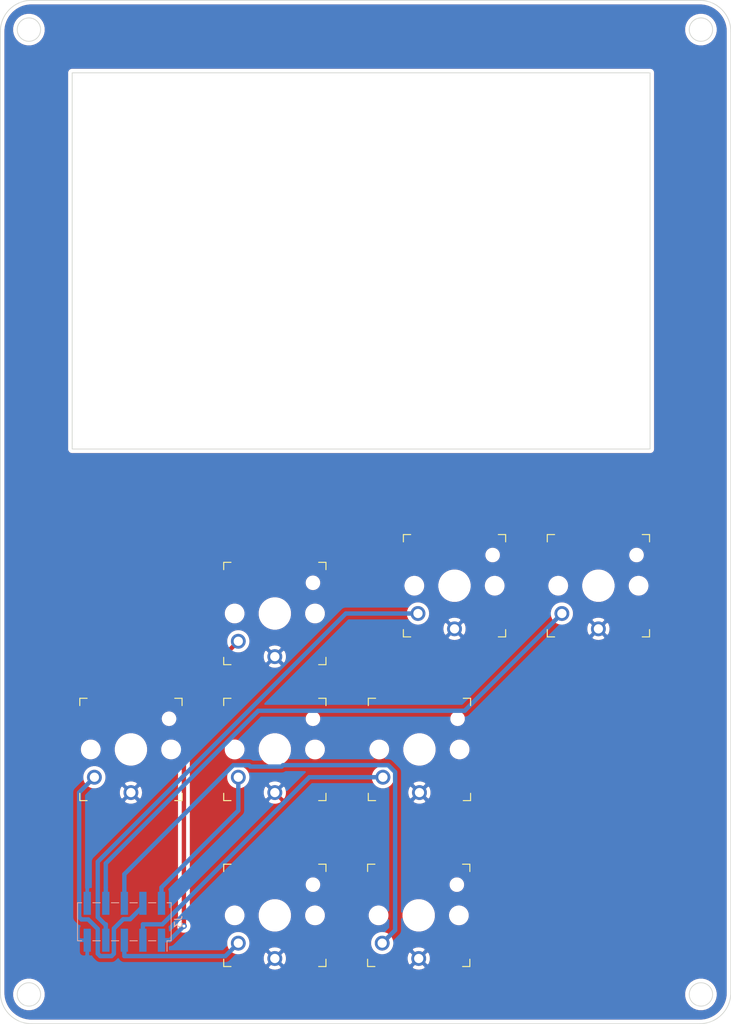
<source format=kicad_pcb>
(kicad_pcb (version 20171130) (host pcbnew "(5.1.9)-1")

  (general
    (thickness 1.6)
    (drawings 16)
    (tracks 50)
    (zones 0)
    (modules 9)
    (nets 10)
  )

  (page A4)
  (layers
    (0 F.Cu signal hide)
    (31 B.Cu signal hide)
    (32 B.Adhes user)
    (33 F.Adhes user)
    (34 B.Paste user)
    (35 F.Paste user)
    (36 B.SilkS user)
    (37 F.SilkS user)
    (38 B.Mask user)
    (39 F.Mask user)
    (40 Dwgs.User user)
    (41 Cmts.User user)
    (42 Eco1.User user)
    (43 Eco2.User user)
    (44 Edge.Cuts user)
    (45 Margin user)
    (46 B.CrtYd user)
    (47 F.CrtYd user)
    (48 B.Fab user)
    (49 F.Fab user)
  )

  (setup
    (last_trace_width 0.6)
    (trace_clearance 0.3)
    (zone_clearance 0.508)
    (zone_45_only no)
    (trace_min 0.2)
    (via_size 0.8)
    (via_drill 0.4)
    (via_min_size 0.4)
    (via_min_drill 0.3)
    (uvia_size 0.3)
    (uvia_drill 0.1)
    (uvias_allowed no)
    (uvia_min_size 0.2)
    (uvia_min_drill 0.1)
    (edge_width 0.05)
    (segment_width 0.2)
    (pcb_text_width 0.3)
    (pcb_text_size 1.5 1.5)
    (mod_edge_width 0.12)
    (mod_text_size 1 1)
    (mod_text_width 0.15)
    (pad_size 0.9 0.95)
    (pad_drill 0)
    (pad_to_mask_clearance 0)
    (aux_axis_origin 0 0)
    (visible_elements 7FFFFFFF)
    (pcbplotparams
      (layerselection 0x010fc_ffffffff)
      (usegerberextensions false)
      (usegerberattributes true)
      (usegerberadvancedattributes true)
      (creategerberjobfile true)
      (excludeedgelayer true)
      (linewidth 0.100000)
      (plotframeref false)
      (viasonmask false)
      (mode 1)
      (useauxorigin false)
      (hpglpennumber 1)
      (hpglpenspeed 20)
      (hpglpendiameter 15.000000)
      (psnegative false)
      (psa4output false)
      (plotreference true)
      (plotvalue true)
      (plotinvisibletext false)
      (padsonsilk false)
      (subtractmaskfromsilk false)
      (outputformat 1)
      (mirror false)
      (drillshape 1)
      (scaleselection 1)
      (outputdirectory ""))
  )

  (net 0 "")
  (net 1 GND)
  (net 2 EDIT)
  (net 3 OPTION)
  (net 4 PLAY)
  (net 5 SHIFT)
  (net 6 LEFT)
  (net 7 RIGHT)
  (net 8 DOWN)
  (net 9 UP)

  (net_class Default "This is the default net class."
    (clearance 0.3)
    (trace_width 0.6)
    (via_dia 0.8)
    (via_drill 0.4)
    (uvia_dia 0.3)
    (uvia_drill 0.1)
    (add_net DOWN)
    (add_net EDIT)
    (add_net GND)
    (add_net LEFT)
    (add_net OPTION)
    (add_net PLAY)
    (add_net RIGHT)
    (add_net SHIFT)
    (add_net UP)
  )

  (module keyswitches:SW_PG1350 (layer F.Cu) (tedit 5DD50112) (tstamp 618E934D)
    (at 117.2 97.7)
    (descr "Kailh \"Choc\" PG1350 keyswitch")
    (tags kailh,choc)
    (path /618746E8)
    (fp_text reference SW8 (at 0 -8.255) (layer F.SilkS) hide
      (effects (font (size 1 1) (thickness 0.15)))
    )
    (fp_text value EDIT (at 0 8.255) (layer F.Fab)
      (effects (font (size 1 1) (thickness 0.15)))
    )
    (fp_line (start -2.6 -3.1) (end 2.6 -3.1) (layer Eco2.User) (width 0.15))
    (fp_line (start 2.6 -3.1) (end 2.6 -6.3) (layer Eco2.User) (width 0.15))
    (fp_line (start 2.6 -6.3) (end -2.6 -6.3) (layer Eco2.User) (width 0.15))
    (fp_line (start -2.6 -3.1) (end -2.6 -6.3) (layer Eco2.User) (width 0.15))
    (fp_line (start -7 -6) (end -7 -7) (layer F.SilkS) (width 0.15))
    (fp_line (start -7 7) (end -6 7) (layer F.SilkS) (width 0.15))
    (fp_line (start -6 -7) (end -7 -7) (layer F.SilkS) (width 0.15))
    (fp_line (start -7 7) (end -7 6) (layer F.SilkS) (width 0.15))
    (fp_line (start 7 6) (end 7 7) (layer F.SilkS) (width 0.15))
    (fp_line (start 7 -7) (end 6 -7) (layer F.SilkS) (width 0.15))
    (fp_line (start 6 7) (end 7 7) (layer F.SilkS) (width 0.15))
    (fp_line (start 7 -7) (end 7 -6) (layer F.SilkS) (width 0.15))
    (fp_line (start -6.9 6.9) (end 6.9 6.9) (layer Eco2.User) (width 0.15))
    (fp_line (start 6.9 -6.9) (end -6.9 -6.9) (layer Eco2.User) (width 0.15))
    (fp_line (start 6.9 -6.9) (end 6.9 6.9) (layer Eco2.User) (width 0.15))
    (fp_line (start -6.9 6.9) (end -6.9 -6.9) (layer Eco2.User) (width 0.15))
    (fp_line (start -7.5 -7.5) (end 7.5 -7.5) (layer F.Fab) (width 0.15))
    (fp_line (start 7.5 -7.5) (end 7.5 7.5) (layer F.Fab) (width 0.15))
    (fp_line (start 7.5 7.5) (end -7.5 7.5) (layer F.Fab) (width 0.15))
    (fp_line (start -7.5 7.5) (end -7.5 -7.5) (layer F.Fab) (width 0.15))
    (fp_text user %R (at 0 0) (layer F.Fab)
      (effects (font (size 1 1) (thickness 0.15)))
    )
    (pad "" np_thru_hole circle (at -5.5 0) (size 1.7018 1.7018) (drill 1.7018) (layers *.Cu *.Mask))
    (pad "" np_thru_hole circle (at 5.5 0) (size 1.7018 1.7018) (drill 1.7018) (layers *.Cu *.Mask))
    (pad "" np_thru_hole circle (at 5.22 -4.2) (size 0.9906 0.9906) (drill 0.9906) (layers *.Cu *.Mask))
    (pad 1 thru_hole circle (at 0 5.9) (size 2.032 2.032) (drill 1.27) (layers *.Cu *.Mask)
      (net 1 GND))
    (pad 2 thru_hole circle (at -5 3.8) (size 2.032 2.032) (drill 1.27) (layers *.Cu *.Mask)
      (net 2 EDIT))
    (pad "" np_thru_hole circle (at 0 0) (size 3.429 3.429) (drill 3.429) (layers *.Cu *.Mask))
  )

  (module keyswitches:SW_PG1350 (layer F.Cu) (tedit 5DD50112) (tstamp 618E932E)
    (at 97.5 97.7)
    (descr "Kailh \"Choc\" PG1350 keyswitch")
    (tags kailh,choc)
    (path /618746D4)
    (fp_text reference SW7 (at 0 -8.255) (layer F.SilkS) hide
      (effects (font (size 1 1) (thickness 0.15)))
    )
    (fp_text value OPTION (at 0 8.255) (layer F.Fab)
      (effects (font (size 1 1) (thickness 0.15)))
    )
    (fp_line (start -2.6 -3.1) (end 2.6 -3.1) (layer Eco2.User) (width 0.15))
    (fp_line (start 2.6 -3.1) (end 2.6 -6.3) (layer Eco2.User) (width 0.15))
    (fp_line (start 2.6 -6.3) (end -2.6 -6.3) (layer Eco2.User) (width 0.15))
    (fp_line (start -2.6 -3.1) (end -2.6 -6.3) (layer Eco2.User) (width 0.15))
    (fp_line (start -7 -6) (end -7 -7) (layer F.SilkS) (width 0.15))
    (fp_line (start -7 7) (end -6 7) (layer F.SilkS) (width 0.15))
    (fp_line (start -6 -7) (end -7 -7) (layer F.SilkS) (width 0.15))
    (fp_line (start -7 7) (end -7 6) (layer F.SilkS) (width 0.15))
    (fp_line (start 7 6) (end 7 7) (layer F.SilkS) (width 0.15))
    (fp_line (start 7 -7) (end 6 -7) (layer F.SilkS) (width 0.15))
    (fp_line (start 6 7) (end 7 7) (layer F.SilkS) (width 0.15))
    (fp_line (start 7 -7) (end 7 -6) (layer F.SilkS) (width 0.15))
    (fp_line (start -6.9 6.9) (end 6.9 6.9) (layer Eco2.User) (width 0.15))
    (fp_line (start 6.9 -6.9) (end -6.9 -6.9) (layer Eco2.User) (width 0.15))
    (fp_line (start 6.9 -6.9) (end 6.9 6.9) (layer Eco2.User) (width 0.15))
    (fp_line (start -6.9 6.9) (end -6.9 -6.9) (layer Eco2.User) (width 0.15))
    (fp_line (start -7.5 -7.5) (end 7.5 -7.5) (layer F.Fab) (width 0.15))
    (fp_line (start 7.5 -7.5) (end 7.5 7.5) (layer F.Fab) (width 0.15))
    (fp_line (start 7.5 7.5) (end -7.5 7.5) (layer F.Fab) (width 0.15))
    (fp_line (start -7.5 7.5) (end -7.5 -7.5) (layer F.Fab) (width 0.15))
    (fp_text user %R (at 0 0) (layer F.Fab)
      (effects (font (size 1 1) (thickness 0.15)))
    )
    (pad "" np_thru_hole circle (at -5.5 0) (size 1.7018 1.7018) (drill 1.7018) (layers *.Cu *.Mask))
    (pad "" np_thru_hole circle (at 5.5 0) (size 1.7018 1.7018) (drill 1.7018) (layers *.Cu *.Mask))
    (pad "" np_thru_hole circle (at 5.22 -4.2) (size 0.9906 0.9906) (drill 0.9906) (layers *.Cu *.Mask))
    (pad 1 thru_hole circle (at 0 5.9) (size 2.032 2.032) (drill 1.27) (layers *.Cu *.Mask)
      (net 1 GND))
    (pad 2 thru_hole circle (at -5 3.8) (size 2.032 2.032) (drill 1.27) (layers *.Cu *.Mask)
      (net 3 OPTION))
    (pad "" np_thru_hole circle (at 0 0) (size 3.429 3.429) (drill 3.429) (layers *.Cu *.Mask))
  )

  (module keyswitches:SW_PG1350 (layer F.Cu) (tedit 5DD50112) (tstamp 618E930F)
    (at 92.6 142.8)
    (descr "Kailh \"Choc\" PG1350 keyswitch")
    (tags kailh,choc)
    (path /618746C0)
    (fp_text reference SW6 (at 0 -8.255) (layer F.SilkS) hide
      (effects (font (size 1 1) (thickness 0.15)))
    )
    (fp_text value PLAY (at 0 8.255) (layer F.Fab)
      (effects (font (size 1 1) (thickness 0.15)))
    )
    (fp_line (start -2.6 -3.1) (end 2.6 -3.1) (layer Eco2.User) (width 0.15))
    (fp_line (start 2.6 -3.1) (end 2.6 -6.3) (layer Eco2.User) (width 0.15))
    (fp_line (start 2.6 -6.3) (end -2.6 -6.3) (layer Eco2.User) (width 0.15))
    (fp_line (start -2.6 -3.1) (end -2.6 -6.3) (layer Eco2.User) (width 0.15))
    (fp_line (start -7 -6) (end -7 -7) (layer F.SilkS) (width 0.15))
    (fp_line (start -7 7) (end -6 7) (layer F.SilkS) (width 0.15))
    (fp_line (start -6 -7) (end -7 -7) (layer F.SilkS) (width 0.15))
    (fp_line (start -7 7) (end -7 6) (layer F.SilkS) (width 0.15))
    (fp_line (start 7 6) (end 7 7) (layer F.SilkS) (width 0.15))
    (fp_line (start 7 -7) (end 6 -7) (layer F.SilkS) (width 0.15))
    (fp_line (start 6 7) (end 7 7) (layer F.SilkS) (width 0.15))
    (fp_line (start 7 -7) (end 7 -6) (layer F.SilkS) (width 0.15))
    (fp_line (start -6.9 6.9) (end 6.9 6.9) (layer Eco2.User) (width 0.15))
    (fp_line (start 6.9 -6.9) (end -6.9 -6.9) (layer Eco2.User) (width 0.15))
    (fp_line (start 6.9 -6.9) (end 6.9 6.9) (layer Eco2.User) (width 0.15))
    (fp_line (start -6.9 6.9) (end -6.9 -6.9) (layer Eco2.User) (width 0.15))
    (fp_line (start -7.5 -7.5) (end 7.5 -7.5) (layer F.Fab) (width 0.15))
    (fp_line (start 7.5 -7.5) (end 7.5 7.5) (layer F.Fab) (width 0.15))
    (fp_line (start 7.5 7.5) (end -7.5 7.5) (layer F.Fab) (width 0.15))
    (fp_line (start -7.5 7.5) (end -7.5 -7.5) (layer F.Fab) (width 0.15))
    (fp_text user %R (at 0 0) (layer F.Fab)
      (effects (font (size 1 1) (thickness 0.15)))
    )
    (pad "" np_thru_hole circle (at -5.5 0) (size 1.7018 1.7018) (drill 1.7018) (layers *.Cu *.Mask))
    (pad "" np_thru_hole circle (at 5.5 0) (size 1.7018 1.7018) (drill 1.7018) (layers *.Cu *.Mask))
    (pad "" np_thru_hole circle (at 5.22 -4.2) (size 0.9906 0.9906) (drill 0.9906) (layers *.Cu *.Mask))
    (pad 1 thru_hole circle (at 0 5.9) (size 2.032 2.032) (drill 1.27) (layers *.Cu *.Mask)
      (net 1 GND))
    (pad 2 thru_hole circle (at -5 3.8) (size 2.032 2.032) (drill 1.27) (layers *.Cu *.Mask)
      (net 4 PLAY))
    (pad "" np_thru_hole circle (at 0 0) (size 3.429 3.429) (drill 3.429) (layers *.Cu *.Mask))
  )

  (module keyswitches:SW_PG1350 (layer F.Cu) (tedit 5DD50112) (tstamp 618E92F0)
    (at 72.9 142.8)
    (descr "Kailh \"Choc\" PG1350 keyswitch")
    (tags kailh,choc)
    (path /618743B8)
    (fp_text reference SW5 (at 0 -8.255) (layer F.SilkS) hide
      (effects (font (size 1 1) (thickness 0.15)))
    )
    (fp_text value SHIFT (at 0 8.255) (layer F.Fab)
      (effects (font (size 1 1) (thickness 0.15)))
    )
    (fp_line (start -2.6 -3.1) (end 2.6 -3.1) (layer Eco2.User) (width 0.15))
    (fp_line (start 2.6 -3.1) (end 2.6 -6.3) (layer Eco2.User) (width 0.15))
    (fp_line (start 2.6 -6.3) (end -2.6 -6.3) (layer Eco2.User) (width 0.15))
    (fp_line (start -2.6 -3.1) (end -2.6 -6.3) (layer Eco2.User) (width 0.15))
    (fp_line (start -7 -6) (end -7 -7) (layer F.SilkS) (width 0.15))
    (fp_line (start -7 7) (end -6 7) (layer F.SilkS) (width 0.15))
    (fp_line (start -6 -7) (end -7 -7) (layer F.SilkS) (width 0.15))
    (fp_line (start -7 7) (end -7 6) (layer F.SilkS) (width 0.15))
    (fp_line (start 7 6) (end 7 7) (layer F.SilkS) (width 0.15))
    (fp_line (start 7 -7) (end 6 -7) (layer F.SilkS) (width 0.15))
    (fp_line (start 6 7) (end 7 7) (layer F.SilkS) (width 0.15))
    (fp_line (start 7 -7) (end 7 -6) (layer F.SilkS) (width 0.15))
    (fp_line (start -6.9 6.9) (end 6.9 6.9) (layer Eco2.User) (width 0.15))
    (fp_line (start 6.9 -6.9) (end -6.9 -6.9) (layer Eco2.User) (width 0.15))
    (fp_line (start 6.9 -6.9) (end 6.9 6.9) (layer Eco2.User) (width 0.15))
    (fp_line (start -6.9 6.9) (end -6.9 -6.9) (layer Eco2.User) (width 0.15))
    (fp_line (start -7.5 -7.5) (end 7.5 -7.5) (layer F.Fab) (width 0.15))
    (fp_line (start 7.5 -7.5) (end 7.5 7.5) (layer F.Fab) (width 0.15))
    (fp_line (start 7.5 7.5) (end -7.5 7.5) (layer F.Fab) (width 0.15))
    (fp_line (start -7.5 7.5) (end -7.5 -7.5) (layer F.Fab) (width 0.15))
    (fp_text user %R (at 0 0) (layer F.Fab)
      (effects (font (size 1 1) (thickness 0.15)))
    )
    (pad "" np_thru_hole circle (at -5.5 0) (size 1.7018 1.7018) (drill 1.7018) (layers *.Cu *.Mask))
    (pad "" np_thru_hole circle (at 5.5 0) (size 1.7018 1.7018) (drill 1.7018) (layers *.Cu *.Mask))
    (pad "" np_thru_hole circle (at 5.22 -4.2) (size 0.9906 0.9906) (drill 0.9906) (layers *.Cu *.Mask))
    (pad 1 thru_hole circle (at 0 5.9) (size 2.032 2.032) (drill 1.27) (layers *.Cu *.Mask)
      (net 1 GND))
    (pad 2 thru_hole circle (at -5 3.8) (size 2.032 2.032) (drill 1.27) (layers *.Cu *.Mask)
      (net 5 SHIFT))
    (pad "" np_thru_hole circle (at 0 0) (size 3.429 3.429) (drill 3.429) (layers *.Cu *.Mask))
  )

  (module keyswitches:SW_PG1350 (layer F.Cu) (tedit 5DD50112) (tstamp 618E92D1)
    (at 53.2 120.1)
    (descr "Kailh \"Choc\" PG1350 keyswitch")
    (tags kailh,choc)
    (path /618731F8)
    (fp_text reference SW4 (at 0 -8.255) (layer F.SilkS) hide
      (effects (font (size 1 1) (thickness 0.15)))
    )
    (fp_text value LEFT (at 0 8.255) (layer F.Fab)
      (effects (font (size 1 1) (thickness 0.15)))
    )
    (fp_line (start -2.6 -3.1) (end 2.6 -3.1) (layer Eco2.User) (width 0.15))
    (fp_line (start 2.6 -3.1) (end 2.6 -6.3) (layer Eco2.User) (width 0.15))
    (fp_line (start 2.6 -6.3) (end -2.6 -6.3) (layer Eco2.User) (width 0.15))
    (fp_line (start -2.6 -3.1) (end -2.6 -6.3) (layer Eco2.User) (width 0.15))
    (fp_line (start -7 -6) (end -7 -7) (layer F.SilkS) (width 0.15))
    (fp_line (start -7 7) (end -6 7) (layer F.SilkS) (width 0.15))
    (fp_line (start -6 -7) (end -7 -7) (layer F.SilkS) (width 0.15))
    (fp_line (start -7 7) (end -7 6) (layer F.SilkS) (width 0.15))
    (fp_line (start 7 6) (end 7 7) (layer F.SilkS) (width 0.15))
    (fp_line (start 7 -7) (end 6 -7) (layer F.SilkS) (width 0.15))
    (fp_line (start 6 7) (end 7 7) (layer F.SilkS) (width 0.15))
    (fp_line (start 7 -7) (end 7 -6) (layer F.SilkS) (width 0.15))
    (fp_line (start -6.9 6.9) (end 6.9 6.9) (layer Eco2.User) (width 0.15))
    (fp_line (start 6.9 -6.9) (end -6.9 -6.9) (layer Eco2.User) (width 0.15))
    (fp_line (start 6.9 -6.9) (end 6.9 6.9) (layer Eco2.User) (width 0.15))
    (fp_line (start -6.9 6.9) (end -6.9 -6.9) (layer Eco2.User) (width 0.15))
    (fp_line (start -7.5 -7.5) (end 7.5 -7.5) (layer F.Fab) (width 0.15))
    (fp_line (start 7.5 -7.5) (end 7.5 7.5) (layer F.Fab) (width 0.15))
    (fp_line (start 7.5 7.5) (end -7.5 7.5) (layer F.Fab) (width 0.15))
    (fp_line (start -7.5 7.5) (end -7.5 -7.5) (layer F.Fab) (width 0.15))
    (fp_text user %R (at 0 0) (layer F.Fab)
      (effects (font (size 1 1) (thickness 0.15)))
    )
    (pad "" np_thru_hole circle (at -5.5 0) (size 1.7018 1.7018) (drill 1.7018) (layers *.Cu *.Mask))
    (pad "" np_thru_hole circle (at 5.5 0) (size 1.7018 1.7018) (drill 1.7018) (layers *.Cu *.Mask))
    (pad "" np_thru_hole circle (at 5.22 -4.2) (size 0.9906 0.9906) (drill 0.9906) (layers *.Cu *.Mask))
    (pad 1 thru_hole circle (at 0 5.9) (size 2.032 2.032) (drill 1.27) (layers *.Cu *.Mask)
      (net 1 GND))
    (pad 2 thru_hole circle (at -5 3.8) (size 2.032 2.032) (drill 1.27) (layers *.Cu *.Mask)
      (net 6 LEFT))
    (pad "" np_thru_hole circle (at 0 0) (size 3.429 3.429) (drill 3.429) (layers *.Cu *.Mask))
  )

  (module keyswitches:SW_PG1350 (layer F.Cu) (tedit 5DD50112) (tstamp 618E92B2)
    (at 92.7 120.1)
    (descr "Kailh \"Choc\" PG1350 keyswitch")
    (tags kailh,choc)
    (path /61871E7E)
    (fp_text reference SW3 (at 0 -8.255) (layer F.SilkS) hide
      (effects (font (size 1 1) (thickness 0.15)))
    )
    (fp_text value RIGHT (at 0 8.255) (layer F.Fab)
      (effects (font (size 1 1) (thickness 0.15)))
    )
    (fp_line (start -2.6 -3.1) (end 2.6 -3.1) (layer Eco2.User) (width 0.15))
    (fp_line (start 2.6 -3.1) (end 2.6 -6.3) (layer Eco2.User) (width 0.15))
    (fp_line (start 2.6 -6.3) (end -2.6 -6.3) (layer Eco2.User) (width 0.15))
    (fp_line (start -2.6 -3.1) (end -2.6 -6.3) (layer Eco2.User) (width 0.15))
    (fp_line (start -7 -6) (end -7 -7) (layer F.SilkS) (width 0.15))
    (fp_line (start -7 7) (end -6 7) (layer F.SilkS) (width 0.15))
    (fp_line (start -6 -7) (end -7 -7) (layer F.SilkS) (width 0.15))
    (fp_line (start -7 7) (end -7 6) (layer F.SilkS) (width 0.15))
    (fp_line (start 7 6) (end 7 7) (layer F.SilkS) (width 0.15))
    (fp_line (start 7 -7) (end 6 -7) (layer F.SilkS) (width 0.15))
    (fp_line (start 6 7) (end 7 7) (layer F.SilkS) (width 0.15))
    (fp_line (start 7 -7) (end 7 -6) (layer F.SilkS) (width 0.15))
    (fp_line (start -6.9 6.9) (end 6.9 6.9) (layer Eco2.User) (width 0.15))
    (fp_line (start 6.9 -6.9) (end -6.9 -6.9) (layer Eco2.User) (width 0.15))
    (fp_line (start 6.9 -6.9) (end 6.9 6.9) (layer Eco2.User) (width 0.15))
    (fp_line (start -6.9 6.9) (end -6.9 -6.9) (layer Eco2.User) (width 0.15))
    (fp_line (start -7.5 -7.5) (end 7.5 -7.5) (layer F.Fab) (width 0.15))
    (fp_line (start 7.5 -7.5) (end 7.5 7.5) (layer F.Fab) (width 0.15))
    (fp_line (start 7.5 7.5) (end -7.5 7.5) (layer F.Fab) (width 0.15))
    (fp_line (start -7.5 7.5) (end -7.5 -7.5) (layer F.Fab) (width 0.15))
    (fp_text user %R (at 0 0) (layer F.Fab)
      (effects (font (size 1 1) (thickness 0.15)))
    )
    (pad "" np_thru_hole circle (at -5.5 0) (size 1.7018 1.7018) (drill 1.7018) (layers *.Cu *.Mask))
    (pad "" np_thru_hole circle (at 5.5 0) (size 1.7018 1.7018) (drill 1.7018) (layers *.Cu *.Mask))
    (pad "" np_thru_hole circle (at 5.22 -4.2) (size 0.9906 0.9906) (drill 0.9906) (layers *.Cu *.Mask))
    (pad 1 thru_hole circle (at 0 5.9) (size 2.032 2.032) (drill 1.27) (layers *.Cu *.Mask)
      (net 1 GND))
    (pad 2 thru_hole circle (at -5 3.8) (size 2.032 2.032) (drill 1.27) (layers *.Cu *.Mask)
      (net 7 RIGHT))
    (pad "" np_thru_hole circle (at 0 0) (size 3.429 3.429) (drill 3.429) (layers *.Cu *.Mask))
  )

  (module keyswitches:SW_PG1350 (layer F.Cu) (tedit 5DD50112) (tstamp 618E9293)
    (at 72.9 120.1)
    (descr "Kailh \"Choc\" PG1350 keyswitch")
    (tags kailh,choc)
    (path /61870902)
    (fp_text reference SW2 (at 0 -8.255) (layer F.SilkS) hide
      (effects (font (size 1 1) (thickness 0.15)))
    )
    (fp_text value DOWN (at 0 8.255) (layer F.Fab)
      (effects (font (size 1 1) (thickness 0.15)))
    )
    (fp_line (start -2.6 -3.1) (end 2.6 -3.1) (layer Eco2.User) (width 0.15))
    (fp_line (start 2.6 -3.1) (end 2.6 -6.3) (layer Eco2.User) (width 0.15))
    (fp_line (start 2.6 -6.3) (end -2.6 -6.3) (layer Eco2.User) (width 0.15))
    (fp_line (start -2.6 -3.1) (end -2.6 -6.3) (layer Eco2.User) (width 0.15))
    (fp_line (start -7 -6) (end -7 -7) (layer F.SilkS) (width 0.15))
    (fp_line (start -7 7) (end -6 7) (layer F.SilkS) (width 0.15))
    (fp_line (start -6 -7) (end -7 -7) (layer F.SilkS) (width 0.15))
    (fp_line (start -7 7) (end -7 6) (layer F.SilkS) (width 0.15))
    (fp_line (start 7 6) (end 7 7) (layer F.SilkS) (width 0.15))
    (fp_line (start 7 -7) (end 6 -7) (layer F.SilkS) (width 0.15))
    (fp_line (start 6 7) (end 7 7) (layer F.SilkS) (width 0.15))
    (fp_line (start 7 -7) (end 7 -6) (layer F.SilkS) (width 0.15))
    (fp_line (start -6.9 6.9) (end 6.9 6.9) (layer Eco2.User) (width 0.15))
    (fp_line (start 6.9 -6.9) (end -6.9 -6.9) (layer Eco2.User) (width 0.15))
    (fp_line (start 6.9 -6.9) (end 6.9 6.9) (layer Eco2.User) (width 0.15))
    (fp_line (start -6.9 6.9) (end -6.9 -6.9) (layer Eco2.User) (width 0.15))
    (fp_line (start -7.5 -7.5) (end 7.5 -7.5) (layer F.Fab) (width 0.15))
    (fp_line (start 7.5 -7.5) (end 7.5 7.5) (layer F.Fab) (width 0.15))
    (fp_line (start 7.5 7.5) (end -7.5 7.5) (layer F.Fab) (width 0.15))
    (fp_line (start -7.5 7.5) (end -7.5 -7.5) (layer F.Fab) (width 0.15))
    (fp_text user %R (at 0 0) (layer F.Fab)
      (effects (font (size 1 1) (thickness 0.15)))
    )
    (pad "" np_thru_hole circle (at -5.5 0) (size 1.7018 1.7018) (drill 1.7018) (layers *.Cu *.Mask))
    (pad "" np_thru_hole circle (at 5.5 0) (size 1.7018 1.7018) (drill 1.7018) (layers *.Cu *.Mask))
    (pad "" np_thru_hole circle (at 5.22 -4.2) (size 0.9906 0.9906) (drill 0.9906) (layers *.Cu *.Mask))
    (pad 1 thru_hole circle (at 0 5.9) (size 2.032 2.032) (drill 1.27) (layers *.Cu *.Mask)
      (net 1 GND))
    (pad 2 thru_hole circle (at -5 3.8) (size 2.032 2.032) (drill 1.27) (layers *.Cu *.Mask)
      (net 8 DOWN))
    (pad "" np_thru_hole circle (at 0 0) (size 3.429 3.429) (drill 3.429) (layers *.Cu *.Mask))
  )

  (module keyswitches:SW_PG1350 (layer F.Cu) (tedit 5DD50112) (tstamp 618E9274)
    (at 72.9 101.5)
    (descr "Kailh \"Choc\" PG1350 keyswitch")
    (tags kailh,choc)
    (path /6186C1C1)
    (fp_text reference SW1 (at 0 -8.255) (layer F.SilkS) hide
      (effects (font (size 1 1) (thickness 0.15)))
    )
    (fp_text value UP (at 0 8.255) (layer F.Fab)
      (effects (font (size 1 1) (thickness 0.15)))
    )
    (fp_line (start -2.6 -3.1) (end 2.6 -3.1) (layer Eco2.User) (width 0.15))
    (fp_line (start 2.6 -3.1) (end 2.6 -6.3) (layer Eco2.User) (width 0.15))
    (fp_line (start 2.6 -6.3) (end -2.6 -6.3) (layer Eco2.User) (width 0.15))
    (fp_line (start -2.6 -3.1) (end -2.6 -6.3) (layer Eco2.User) (width 0.15))
    (fp_line (start -7 -6) (end -7 -7) (layer F.SilkS) (width 0.15))
    (fp_line (start -7 7) (end -6 7) (layer F.SilkS) (width 0.15))
    (fp_line (start -6 -7) (end -7 -7) (layer F.SilkS) (width 0.15))
    (fp_line (start -7 7) (end -7 6) (layer F.SilkS) (width 0.15))
    (fp_line (start 7 6) (end 7 7) (layer F.SilkS) (width 0.15))
    (fp_line (start 7 -7) (end 6 -7) (layer F.SilkS) (width 0.15))
    (fp_line (start 6 7) (end 7 7) (layer F.SilkS) (width 0.15))
    (fp_line (start 7 -7) (end 7 -6) (layer F.SilkS) (width 0.15))
    (fp_line (start -6.9 6.9) (end 6.9 6.9) (layer Eco2.User) (width 0.15))
    (fp_line (start 6.9 -6.9) (end -6.9 -6.9) (layer Eco2.User) (width 0.15))
    (fp_line (start 6.9 -6.9) (end 6.9 6.9) (layer Eco2.User) (width 0.15))
    (fp_line (start -6.9 6.9) (end -6.9 -6.9) (layer Eco2.User) (width 0.15))
    (fp_line (start -7.5 -7.5) (end 7.5 -7.5) (layer F.Fab) (width 0.15))
    (fp_line (start 7.5 -7.5) (end 7.5 7.5) (layer F.Fab) (width 0.15))
    (fp_line (start 7.5 7.5) (end -7.5 7.5) (layer F.Fab) (width 0.15))
    (fp_line (start -7.5 7.5) (end -7.5 -7.5) (layer F.Fab) (width 0.15))
    (fp_text user %R (at 0 0) (layer F.Fab)
      (effects (font (size 1 1) (thickness 0.15)))
    )
    (pad "" np_thru_hole circle (at -5.5 0) (size 1.7018 1.7018) (drill 1.7018) (layers *.Cu *.Mask))
    (pad "" np_thru_hole circle (at 5.5 0) (size 1.7018 1.7018) (drill 1.7018) (layers *.Cu *.Mask))
    (pad "" np_thru_hole circle (at 5.22 -4.2) (size 0.9906 0.9906) (drill 0.9906) (layers *.Cu *.Mask))
    (pad 1 thru_hole circle (at 0 5.9) (size 2.032 2.032) (drill 1.27) (layers *.Cu *.Mask)
      (net 1 GND))
    (pad 2 thru_hole circle (at -5 3.8) (size 2.032 2.032) (drill 1.27) (layers *.Cu *.Mask)
      (net 9 UP))
    (pad "" np_thru_hole circle (at 0 0) (size 3.429 3.429) (drill 3.429) (layers *.Cu *.Mask))
  )

  (module Connector_PinHeader_2.54mm:PinHeader_2x05_P2.54mm_Vertical_SMD (layer B.Cu) (tedit 59FED5CC) (tstamp 618E91ED)
    (at 52.3 143.675 90)
    (descr "surface-mounted straight pin header, 2x05, 2.54mm pitch, double rows")
    (tags "Surface mounted pin header SMD 2x05 2.54mm double row")
    (path /6188A148)
    (attr smd)
    (fp_text reference J3 (at 0 7.41 270) (layer B.SilkS)
      (effects (font (size 1 1) (thickness 0.15)) (justify mirror))
    )
    (fp_text value Key_frontpanel (at 0 -7.41 270) (layer B.Fab)
      (effects (font (size 1 1) (thickness 0.15)) (justify mirror))
    )
    (fp_line (start 2.54 -6.35) (end -2.54 -6.35) (layer B.Fab) (width 0.1))
    (fp_line (start -1.59 6.35) (end 2.54 6.35) (layer B.Fab) (width 0.1))
    (fp_line (start -2.54 -6.35) (end -2.54 5.4) (layer B.Fab) (width 0.1))
    (fp_line (start -2.54 5.4) (end -1.59 6.35) (layer B.Fab) (width 0.1))
    (fp_line (start 2.54 6.35) (end 2.54 -6.35) (layer B.Fab) (width 0.1))
    (fp_line (start -2.54 5.4) (end -3.6 5.4) (layer B.Fab) (width 0.1))
    (fp_line (start -3.6 5.4) (end -3.6 4.76) (layer B.Fab) (width 0.1))
    (fp_line (start -3.6 4.76) (end -2.54 4.76) (layer B.Fab) (width 0.1))
    (fp_line (start 2.54 5.4) (end 3.6 5.4) (layer B.Fab) (width 0.1))
    (fp_line (start 3.6 5.4) (end 3.6 4.76) (layer B.Fab) (width 0.1))
    (fp_line (start 3.6 4.76) (end 2.54 4.76) (layer B.Fab) (width 0.1))
    (fp_line (start -2.54 2.86) (end -3.6 2.86) (layer B.Fab) (width 0.1))
    (fp_line (start -3.6 2.86) (end -3.6 2.22) (layer B.Fab) (width 0.1))
    (fp_line (start -3.6 2.22) (end -2.54 2.22) (layer B.Fab) (width 0.1))
    (fp_line (start 2.54 2.86) (end 3.6 2.86) (layer B.Fab) (width 0.1))
    (fp_line (start 3.6 2.86) (end 3.6 2.22) (layer B.Fab) (width 0.1))
    (fp_line (start 3.6 2.22) (end 2.54 2.22) (layer B.Fab) (width 0.1))
    (fp_line (start -2.54 0.32) (end -3.6 0.32) (layer B.Fab) (width 0.1))
    (fp_line (start -3.6 0.32) (end -3.6 -0.32) (layer B.Fab) (width 0.1))
    (fp_line (start -3.6 -0.32) (end -2.54 -0.32) (layer B.Fab) (width 0.1))
    (fp_line (start 2.54 0.32) (end 3.6 0.32) (layer B.Fab) (width 0.1))
    (fp_line (start 3.6 0.32) (end 3.6 -0.32) (layer B.Fab) (width 0.1))
    (fp_line (start 3.6 -0.32) (end 2.54 -0.32) (layer B.Fab) (width 0.1))
    (fp_line (start -2.54 -2.22) (end -3.6 -2.22) (layer B.Fab) (width 0.1))
    (fp_line (start -3.6 -2.22) (end -3.6 -2.86) (layer B.Fab) (width 0.1))
    (fp_line (start -3.6 -2.86) (end -2.54 -2.86) (layer B.Fab) (width 0.1))
    (fp_line (start 2.54 -2.22) (end 3.6 -2.22) (layer B.Fab) (width 0.1))
    (fp_line (start 3.6 -2.22) (end 3.6 -2.86) (layer B.Fab) (width 0.1))
    (fp_line (start 3.6 -2.86) (end 2.54 -2.86) (layer B.Fab) (width 0.1))
    (fp_line (start -2.54 -4.76) (end -3.6 -4.76) (layer B.Fab) (width 0.1))
    (fp_line (start -3.6 -4.76) (end -3.6 -5.4) (layer B.Fab) (width 0.1))
    (fp_line (start -3.6 -5.4) (end -2.54 -5.4) (layer B.Fab) (width 0.1))
    (fp_line (start 2.54 -4.76) (end 3.6 -4.76) (layer B.Fab) (width 0.1))
    (fp_line (start 3.6 -4.76) (end 3.6 -5.4) (layer B.Fab) (width 0.1))
    (fp_line (start 3.6 -5.4) (end 2.54 -5.4) (layer B.Fab) (width 0.1))
    (fp_line (start -2.6 6.41) (end 2.6 6.41) (layer B.SilkS) (width 0.12))
    (fp_line (start -2.6 -6.41) (end 2.6 -6.41) (layer B.SilkS) (width 0.12))
    (fp_line (start -4.04 5.84) (end -2.6 5.84) (layer B.SilkS) (width 0.12))
    (fp_line (start -2.6 6.41) (end -2.6 5.84) (layer B.SilkS) (width 0.12))
    (fp_line (start 2.6 6.41) (end 2.6 5.84) (layer B.SilkS) (width 0.12))
    (fp_line (start -2.6 -5.84) (end -2.6 -6.41) (layer B.SilkS) (width 0.12))
    (fp_line (start 2.6 -5.84) (end 2.6 -6.41) (layer B.SilkS) (width 0.12))
    (fp_line (start -2.6 4.32) (end -2.6 3.3) (layer B.SilkS) (width 0.12))
    (fp_line (start 2.6 4.32) (end 2.6 3.3) (layer B.SilkS) (width 0.12))
    (fp_line (start -2.6 1.78) (end -2.6 0.76) (layer B.SilkS) (width 0.12))
    (fp_line (start 2.6 1.78) (end 2.6 0.76) (layer B.SilkS) (width 0.12))
    (fp_line (start -2.6 -0.76) (end -2.6 -1.78) (layer B.SilkS) (width 0.12))
    (fp_line (start 2.6 -0.76) (end 2.6 -1.78) (layer B.SilkS) (width 0.12))
    (fp_line (start -2.6 -3.3) (end -2.6 -4.32) (layer B.SilkS) (width 0.12))
    (fp_line (start 2.6 -3.3) (end 2.6 -4.32) (layer B.SilkS) (width 0.12))
    (fp_line (start -5.9 6.85) (end -5.9 -6.85) (layer B.CrtYd) (width 0.05))
    (fp_line (start -5.9 -6.85) (end 5.9 -6.85) (layer B.CrtYd) (width 0.05))
    (fp_line (start 5.9 -6.85) (end 5.9 6.85) (layer B.CrtYd) (width 0.05))
    (fp_line (start 5.9 6.85) (end -5.9 6.85) (layer B.CrtYd) (width 0.05))
    (fp_text user %R (at 0 0) (layer B.Fab)
      (effects (font (size 1 1) (thickness 0.15)) (justify mirror))
    )
    (pad 10 smd rect (at 2.525 -5.08 90) (size 3.15 1) (layers B.Cu B.Paste B.Mask)
      (net 1 GND))
    (pad 9 smd rect (at -2.525 -5.08 90) (size 3.15 1) (layers B.Cu B.Paste B.Mask)
      (net 1 GND))
    (pad 8 smd rect (at 2.525 -2.54 90) (size 3.15 1) (layers B.Cu B.Paste B.Mask)
      (net 2 EDIT))
    (pad 7 smd rect (at -2.525 -2.54 90) (size 3.15 1) (layers B.Cu B.Paste B.Mask)
      (net 3 OPTION))
    (pad 6 smd rect (at 2.525 0 90) (size 3.15 1) (layers B.Cu B.Paste B.Mask)
      (net 4 PLAY))
    (pad 5 smd rect (at -2.525 0 90) (size 3.15 1) (layers B.Cu B.Paste B.Mask)
      (net 5 SHIFT))
    (pad 4 smd rect (at 2.525 2.54 90) (size 3.15 1) (layers B.Cu B.Paste B.Mask)
      (net 6 LEFT))
    (pad 3 smd rect (at -2.525 2.54 90) (size 3.15 1) (layers B.Cu B.Paste B.Mask)
      (net 7 RIGHT))
    (pad 2 smd rect (at 2.525 5.08 90) (size 3.15 1) (layers B.Cu B.Paste B.Mask)
      (net 8 DOWN))
    (pad 1 smd rect (at -2.525 5.08 90) (size 3.15 1) (layers B.Cu B.Paste B.Mask)
      (net 9 UP))
    (model ${KISYS3DMOD}/Connector_PinHeader_2.54mm.3dshapes/PinHeader_2x05_P2.54mm_Vertical_SMD.wrl
      (at (xyz 0 0 0))
      (scale (xyz 1 1 1))
      (rotate (xyz 0 0 0))
    )
  )

  (gr_line (start 124.269606 27.529132) (end 124.269606 78.999132) (layer Edge.Cuts) (width 0.1))
  (gr_line (start 45.159731 27.529132) (end 124.269606 27.529132) (layer Edge.Cuts) (width 0.1))
  (gr_circle (center 131.235806 21.61574) (end 132.835806 21.61574) (layer Edge.Cuts) (width 0.1))
  (gr_circle (center 39.235806 21.61574) (end 40.835806 21.61574) (layer Edge.Cuts) (width 0.1))
  (gr_circle (center 131.235806 153.615905) (end 132.835806 153.615905) (layer Edge.Cuts) (width 0.1))
  (gr_circle (center 39.235806 153.615905) (end 40.835806 153.615905) (layer Edge.Cuts) (width 0.1))
  (gr_curve (pts (xy 135.325876 153.382571) (xy 135.325876 155.710905) (xy 133.420876 157.615905) (xy 131.092543 157.615905)) (layer Edge.Cuts) (width 0.1))
  (gr_curve (pts (xy 135.325876 21.849073) (xy 135.325876 21.849073) (xy 135.325876 153.382571) (xy 135.325876 153.382571)) (layer Edge.Cuts) (width 0.1))
  (gr_curve (pts (xy 131.092543 157.615905) (xy 131.092543 157.615905) (xy 39.55921 157.615905) (xy 39.55921 157.615905)) (layer Edge.Cuts) (width 0.1))
  (gr_curve (pts (xy 131.092543 17.61574) (xy 133.420876 17.61574) (xy 135.325876 19.52074) (xy 135.325876 21.849073)) (layer Edge.Cuts) (width 0.1))
  (gr_curve (pts (xy 39.55921 157.615905) (xy 37.230876 157.615905) (xy 35.325876 155.710905) (xy 35.325876 153.382571)) (layer Edge.Cuts) (width 0.1))
  (gr_curve (pts (xy 35.325876 153.382571) (xy 35.325876 153.382571) (xy 35.325876 21.849073) (xy 35.325876 21.849073)) (layer Edge.Cuts) (width 0.1))
  (gr_curve (pts (xy 35.325876 21.849073) (xy 35.325876 19.52074) (xy 37.230876 17.61574) (xy 39.55921 17.61574)) (layer Edge.Cuts) (width 0.1))
  (gr_curve (pts (xy 39.55921 17.61574) (xy 39.55921 17.61574) (xy 131.092543 17.61574) (xy 131.092543 17.61574)) (layer Edge.Cuts) (width 0.1))
  (gr_line (start 45.159731 78.999132) (end 45.159731 27.529132) (layer Edge.Cuts) (width 0.1))
  (gr_line (start 124.269606 78.999132) (end 45.159731 78.999132) (layer Edge.Cuts) (width 0.1))

  (segment (start 49.76 141.15) (end 49.76 138.9747) (width 0.6) (layer B.Cu) (net 2))
  (segment (start 112.2 101.5) (end 98.8957 114.8043) (width 0.6) (layer B.Cu) (net 2))
  (segment (start 98.8957 114.8043) (end 70.6425 114.8043) (width 0.6) (layer B.Cu) (net 2))
  (segment (start 70.6425 114.8043) (end 49.76 135.6868) (width 0.6) (layer B.Cu) (net 2))
  (segment (start 49.76 135.6868) (end 49.76 138.9747) (width 0.6) (layer B.Cu) (net 2))
  (segment (start 49.76 146.2) (end 49.76 144.0247) (width 0.6) (layer B.Cu) (net 3))
  (segment (start 49.76 144.0247) (end 49.6447 144.0247) (width 0.6) (layer B.Cu) (net 3))
  (segment (start 49.6447 144.0247) (end 48.6596 143.0396) (width 0.6) (layer B.Cu) (net 3))
  (segment (start 48.6596 143.0396) (end 48.6596 135.4627) (width 0.6) (layer B.Cu) (net 3))
  (segment (start 48.6596 135.4627) (end 82.6223 101.5) (width 0.6) (layer B.Cu) (net 3))
  (segment (start 82.6223 101.5) (end 92.5 101.5) (width 0.6) (layer B.Cu) (net 3))
  (segment (start 52.3 141.15) (end 52.3 137.1677) (width 0.6) (layer B.Cu) (net 4))
  (segment (start 52.3 137.1677) (end 67.2069 122.2608) (width 0.6) (layer B.Cu) (net 4))
  (segment (start 67.2069 122.2608) (end 69.3623 122.2608) (width 0.6) (layer B.Cu) (net 4))
  (segment (start 69.3623 122.2608) (end 69.547 122.4455) (width 0.6) (layer B.Cu) (net 4))
  (segment (start 69.547 122.4455) (end 73.8283 122.4455) (width 0.6) (layer B.Cu) (net 4))
  (segment (start 73.8283 122.4455) (end 74.0214 122.2524) (width 0.6) (layer B.Cu) (net 4))
  (segment (start 74.0214 122.2524) (end 88.423 122.2524) (width 0.6) (layer B.Cu) (net 4))
  (segment (start 88.423 122.2524) (end 89.3701 123.1995) (width 0.6) (layer B.Cu) (net 4))
  (segment (start 89.3701 123.1995) (end 89.3701 144.8299) (width 0.6) (layer B.Cu) (net 4))
  (segment (start 89.3701 144.8299) (end 87.6 146.6) (width 0.6) (layer B.Cu) (net 4))
  (segment (start 52.3 146.2) (end 52.3 148.3753) (width 0.6) (layer B.Cu) (net 5))
  (segment (start 52.3 148.3753) (end 66.1247 148.3753) (width 0.6) (layer B.Cu) (net 5))
  (segment (start 66.1247 148.3753) (end 67.9 146.6) (width 0.6) (layer B.Cu) (net 5))
  (segment (start 54.84 141.15) (end 54.84 141.5723) (width 0.6) (layer B.Cu) (net 6))
  (segment (start 54.84 141.5723) (end 53.0869 143.3254) (width 0.6) (layer B.Cu) (net 6))
  (segment (start 53.0869 143.3254) (end 52.1432 143.3254) (width 0.6) (layer B.Cu) (net 6))
  (segment (start 52.1432 143.3254) (end 50.8666 144.602) (width 0.6) (layer B.Cu) (net 6))
  (segment (start 50.8666 144.602) (end 50.8666 148.046) (width 0.6) (layer B.Cu) (net 6))
  (segment (start 50.8666 148.046) (end 50.5372 148.3754) (width 0.6) (layer B.Cu) (net 6))
  (segment (start 50.5372 148.3754) (end 48.997 148.3754) (width 0.6) (layer B.Cu) (net 6))
  (segment (start 48.997 148.3754) (end 48.6596 148.038) (width 0.6) (layer B.Cu) (net 6))
  (segment (start 48.6596 148.038) (end 48.6596 144.6589) (width 0.6) (layer B.Cu) (net 6))
  (segment (start 48.6596 144.6589) (end 47.3576 143.3569) (width 0.6) (layer B.Cu) (net 6))
  (segment (start 47.3576 143.3569) (end 46.4292 143.3569) (width 0.6) (layer B.Cu) (net 6))
  (segment (start 46.4292 143.3569) (end 46.1112 143.0389) (width 0.6) (layer B.Cu) (net 6))
  (segment (start 46.1112 143.0389) (end 46.1112 125.9888) (width 0.6) (layer B.Cu) (net 6))
  (segment (start 46.1112 125.9888) (end 48.2 123.9) (width 0.6) (layer B.Cu) (net 6))
  (segment (start 54.84 146.2) (end 54.84 144.0247) (width 0.6) (layer B.Cu) (net 7))
  (segment (start 54.84 144.0247) (end 57.5009 144.0247) (width 0.6) (layer B.Cu) (net 7))
  (segment (start 57.5009 144.0247) (end 77.6256 123.9) (width 0.6) (layer B.Cu) (net 7))
  (segment (start 77.6256 123.9) (end 87.7 123.9) (width 0.6) (layer B.Cu) (net 7))
  (segment (start 57.38 141.15) (end 57.38 138.9747) (width 0.6) (layer B.Cu) (net 8))
  (segment (start 57.38 138.9747) (end 67.9 128.4547) (width 0.6) (layer B.Cu) (net 8))
  (segment (start 67.9 128.4547) (end 67.9 123.9) (width 0.6) (layer B.Cu) (net 8))
  (segment (start 60.4525 144.2615) (end 60.4525 112.7475) (width 0.6) (layer F.Cu) (net 9))
  (segment (start 60.4525 112.7475) (end 67.9 105.3) (width 0.6) (layer F.Cu) (net 9))
  (segment (start 57.38 146.2) (end 58.514 146.2) (width 0.6) (layer B.Cu) (net 9))
  (segment (start 58.514 146.2) (end 60.4525 144.2615) (width 0.6) (layer B.Cu) (net 9))
  (via (at 60.4525 144.2615) (size 0.8) (layers F.Cu B.Cu) (net 9))

  (zone (net 1) (net_name GND) (layer F.Cu) (tstamp 0) (hatch edge 0.508)
    (connect_pads (clearance 0.508))
    (min_thickness 0.254)
    (fill yes (arc_segments 32) (thermal_gap 0.508) (thermal_bridge_width 0.508))
    (polygon
      (pts
        (xy 135.25 157.5) (xy 35.25 157.5) (xy 35.25 17.5) (xy 135.25 17.5)
      )
    )
    (filled_polygon
      (pts
        (xy 131.274599 18.305606) (xy 131.454038 18.319365) (xy 131.630822 18.342001) (xy 131.804722 18.373276) (xy 131.975619 18.412974)
        (xy 132.143322 18.460876) (xy 132.307642 18.51677) (xy 132.46839 18.58045) (xy 132.625325 18.651692) (xy 132.778236 18.730289)
        (xy 132.926905 18.816029) (xy 133.071065 18.908676) (xy 133.210476 19.008003) (xy 133.344915 19.113794) (xy 133.474114 19.225802)
        (xy 133.59783 19.343785) (xy 133.715814 19.467502) (xy 133.827821 19.5967) (xy 133.933611 19.731138) (xy 134.032945 19.87056)
        (xy 134.125587 20.014711) (xy 134.211319 20.163364) (xy 134.289923 20.316291) (xy 134.361165 20.473222) (xy 134.424845 20.633972)
        (xy 134.480739 20.798293) (xy 134.528641 20.965996) (xy 134.568339 21.13689) (xy 134.599614 21.310793) (xy 134.62225 21.487579)
        (xy 134.636009 21.667016) (xy 134.640876 21.857802) (xy 134.640876 153.373841) (xy 134.636009 153.564627) (xy 134.62225 153.744064)
        (xy 134.599614 153.92085) (xy 134.568339 154.094753) (xy 134.528641 154.265647) (xy 134.480742 154.433339) (xy 134.42484 154.597684)
        (xy 134.361165 154.758422) (xy 134.289923 154.915353) (xy 134.211319 155.06828) (xy 134.125584 155.216937) (xy 134.032945 155.361084)
        (xy 133.933614 155.500501) (xy 133.827817 155.634946) (xy 133.71581 155.764146) (xy 133.59783 155.887859) (xy 133.474114 156.005842)
        (xy 133.344915 156.11785) (xy 133.210476 156.223641) (xy 133.071065 156.322968) (xy 132.926905 156.415615) (xy 132.778236 156.501355)
        (xy 132.625325 156.579952) (xy 132.46839 156.651194) (xy 132.307642 156.714874) (xy 132.143322 156.770768) (xy 131.975619 156.81867)
        (xy 131.804722 156.858368) (xy 131.630822 156.889643) (xy 131.454038 156.912279) (xy 131.274598 156.926038) (xy 131.083814 156.930905)
        (xy 39.567939 156.930905) (xy 39.377153 156.926038) (xy 39.197716 156.912279) (xy 39.02093 156.889643) (xy 38.847027 156.858368)
        (xy 38.676133 156.81867) (xy 38.508441 156.770771) (xy 38.344096 156.714869) (xy 38.183358 156.651194) (xy 38.026427 156.579952)
        (xy 37.8735 156.501348) (xy 37.724843 156.415613) (xy 37.580696 156.322974) (xy 37.441279 156.223643) (xy 37.306834 156.117846)
        (xy 37.177634 156.005839) (xy 37.053921 155.887859) (xy 36.935942 155.764147) (xy 36.823926 155.634937) (xy 36.71814 155.500506)
        (xy 36.618806 155.361083) (xy 36.526168 155.216939) (xy 36.440425 155.068265) (xy 36.361828 154.915354) (xy 36.290586 154.758419)
        (xy 36.226911 154.597683) (xy 36.171009 154.433339) (xy 36.12311 154.265647) (xy 36.083412 154.09475) (xy 36.052137 153.92085)
        (xy 36.029501 153.744066) (xy 36.015742 153.564627) (xy 36.011288 153.389975) (xy 36.941905 153.389975) (xy 36.941905 153.841835)
        (xy 37.030059 154.285011) (xy 37.202977 154.702474) (xy 37.454017 155.078182) (xy 37.773529 155.397694) (xy 38.149237 155.648734)
        (xy 38.5667 155.821652) (xy 39.009876 155.909806) (xy 39.461736 155.909806) (xy 39.904912 155.821652) (xy 40.322375 155.648734)
        (xy 40.698083 155.397694) (xy 41.017595 155.078182) (xy 41.268635 154.702474) (xy 41.441553 154.285011) (xy 41.529707 153.841835)
        (xy 41.529707 153.389975) (xy 128.941905 153.389975) (xy 128.941905 153.841835) (xy 129.030059 154.285011) (xy 129.202977 154.702474)
        (xy 129.454017 155.078182) (xy 129.773529 155.397694) (xy 130.149237 155.648734) (xy 130.5667 155.821652) (xy 131.009876 155.909806)
        (xy 131.461736 155.909806) (xy 131.904912 155.821652) (xy 132.322375 155.648734) (xy 132.698083 155.397694) (xy 133.017595 155.078182)
        (xy 133.268635 154.702474) (xy 133.441553 154.285011) (xy 133.529707 153.841835) (xy 133.529707 153.389975) (xy 133.441553 152.946799)
        (xy 133.268635 152.529336) (xy 133.017595 152.153628) (xy 132.698083 151.834116) (xy 132.322375 151.583076) (xy 131.904912 151.410158)
        (xy 131.461736 151.322004) (xy 131.009876 151.322004) (xy 130.5667 151.410158) (xy 130.149237 151.583076) (xy 129.773529 151.834116)
        (xy 129.454017 152.153628) (xy 129.202977 152.529336) (xy 129.030059 152.946799) (xy 128.941905 153.389975) (xy 41.529707 153.389975)
        (xy 41.441553 152.946799) (xy 41.268635 152.529336) (xy 41.017595 152.153628) (xy 40.698083 151.834116) (xy 40.322375 151.583076)
        (xy 39.904912 151.410158) (xy 39.461736 151.322004) (xy 39.009876 151.322004) (xy 38.5667 151.410158) (xy 38.149237 151.583076)
        (xy 37.773529 151.834116) (xy 37.454017 152.153628) (xy 37.202977 152.529336) (xy 37.030059 152.946799) (xy 36.941905 153.389975)
        (xy 36.011288 153.389975) (xy 36.010876 153.373847) (xy 36.010876 149.846823) (xy 71.932782 149.846823) (xy 72.030478 150.11286)
        (xy 72.322821 150.255348) (xy 72.637344 150.338064) (xy 72.961962 150.357831) (xy 73.284198 150.313888) (xy 73.59167 150.207924)
        (xy 73.769522 150.11286) (xy 73.867218 149.846823) (xy 91.632782 149.846823) (xy 91.730478 150.11286) (xy 92.022821 150.255348)
        (xy 92.337344 150.338064) (xy 92.661962 150.357831) (xy 92.984198 150.313888) (xy 93.29167 150.207924) (xy 93.469522 150.11286)
        (xy 93.567218 149.846823) (xy 92.6 148.879605) (xy 91.632782 149.846823) (xy 73.867218 149.846823) (xy 72.9 148.879605)
        (xy 71.932782 149.846823) (xy 36.010876 149.846823) (xy 36.010876 148.761962) (xy 71.242169 148.761962) (xy 71.286112 149.084198)
        (xy 71.392076 149.39167) (xy 71.48714 149.569522) (xy 71.753177 149.667218) (xy 72.720395 148.7) (xy 73.079605 148.7)
        (xy 74.046823 149.667218) (xy 74.31286 149.569522) (xy 74.455348 149.277179) (xy 74.538064 148.962656) (xy 74.550284 148.761962)
        (xy 90.942169 148.761962) (xy 90.986112 149.084198) (xy 91.092076 149.39167) (xy 91.18714 149.569522) (xy 91.453177 149.667218)
        (xy 92.420395 148.7) (xy 92.779605 148.7) (xy 93.746823 149.667218) (xy 94.01286 149.569522) (xy 94.155348 149.277179)
        (xy 94.238064 148.962656) (xy 94.257831 148.638038) (xy 94.213888 148.315802) (xy 94.107924 148.00833) (xy 94.01286 147.830478)
        (xy 93.746823 147.732782) (xy 92.779605 148.7) (xy 92.420395 148.7) (xy 91.453177 147.732782) (xy 91.18714 147.830478)
        (xy 91.044652 148.122821) (xy 90.961936 148.437344) (xy 90.942169 148.761962) (xy 74.550284 148.761962) (xy 74.557831 148.638038)
        (xy 74.513888 148.315802) (xy 74.407924 148.00833) (xy 74.31286 147.830478) (xy 74.046823 147.732782) (xy 73.079605 148.7)
        (xy 72.720395 148.7) (xy 71.753177 147.732782) (xy 71.48714 147.830478) (xy 71.344652 148.122821) (xy 71.261936 148.437344)
        (xy 71.242169 148.761962) (xy 36.010876 148.761962) (xy 36.010876 146.437391) (xy 66.249 146.437391) (xy 66.249 146.762609)
        (xy 66.312447 147.081579) (xy 66.436903 147.382042) (xy 66.617585 147.652451) (xy 66.847549 147.882415) (xy 67.117958 148.063097)
        (xy 67.418421 148.187553) (xy 67.737391 148.251) (xy 68.062609 148.251) (xy 68.381579 148.187553) (xy 68.682042 148.063097)
        (xy 68.952451 147.882415) (xy 69.182415 147.652451) (xy 69.248747 147.553177) (xy 71.932782 147.553177) (xy 72.9 148.520395)
        (xy 73.867218 147.553177) (xy 73.769522 147.28714) (xy 73.477179 147.144652) (xy 73.162656 147.061936) (xy 72.838038 147.042169)
        (xy 72.515802 147.086112) (xy 72.20833 147.192076) (xy 72.030478 147.28714) (xy 71.932782 147.553177) (xy 69.248747 147.553177)
        (xy 69.363097 147.382042) (xy 69.487553 147.081579) (xy 69.551 146.762609) (xy 69.551 146.437391) (xy 85.949 146.437391)
        (xy 85.949 146.762609) (xy 86.012447 147.081579) (xy 86.136903 147.382042) (xy 86.317585 147.652451) (xy 86.547549 147.882415)
        (xy 86.817958 148.063097) (xy 87.118421 148.187553) (xy 87.437391 148.251) (xy 87.762609 148.251) (xy 88.081579 148.187553)
        (xy 88.382042 148.063097) (xy 88.652451 147.882415) (xy 88.882415 147.652451) (xy 88.948747 147.553177) (xy 91.632782 147.553177)
        (xy 92.6 148.520395) (xy 93.567218 147.553177) (xy 93.469522 147.28714) (xy 93.177179 147.144652) (xy 92.862656 147.061936)
        (xy 92.538038 147.042169) (xy 92.215802 147.086112) (xy 91.90833 147.192076) (xy 91.730478 147.28714) (xy 91.632782 147.553177)
        (xy 88.948747 147.553177) (xy 89.063097 147.382042) (xy 89.187553 147.081579) (xy 89.251 146.762609) (xy 89.251 146.437391)
        (xy 89.187553 146.118421) (xy 89.063097 145.817958) (xy 88.882415 145.547549) (xy 88.652451 145.317585) (xy 88.382042 145.136903)
        (xy 88.081579 145.012447) (xy 87.762609 144.949) (xy 87.437391 144.949) (xy 87.118421 145.012447) (xy 86.817958 145.136903)
        (xy 86.547549 145.317585) (xy 86.317585 145.547549) (xy 86.136903 145.817958) (xy 86.012447 146.118421) (xy 85.949 146.437391)
        (xy 69.551 146.437391) (xy 69.487553 146.118421) (xy 69.363097 145.817958) (xy 69.182415 145.547549) (xy 68.952451 145.317585)
        (xy 68.682042 145.136903) (xy 68.381579 145.012447) (xy 68.062609 144.949) (xy 67.737391 144.949) (xy 67.418421 145.012447)
        (xy 67.117958 145.136903) (xy 66.847549 145.317585) (xy 66.617585 145.547549) (xy 66.436903 145.817958) (xy 66.312447 146.118421)
        (xy 66.249 146.437391) (xy 36.010876 146.437391) (xy 36.010876 127.146823) (xy 52.232782 127.146823) (xy 52.330478 127.41286)
        (xy 52.622821 127.555348) (xy 52.937344 127.638064) (xy 53.261962 127.657831) (xy 53.584198 127.613888) (xy 53.89167 127.507924)
        (xy 54.069522 127.41286) (xy 54.167218 127.146823) (xy 53.2 126.179605) (xy 52.232782 127.146823) (xy 36.010876 127.146823)
        (xy 36.010876 126.061962) (xy 51.542169 126.061962) (xy 51.586112 126.384198) (xy 51.692076 126.69167) (xy 51.78714 126.869522)
        (xy 52.053177 126.967218) (xy 53.020395 126) (xy 53.379605 126) (xy 54.346823 126.967218) (xy 54.61286 126.869522)
        (xy 54.755348 126.577179) (xy 54.838064 126.262656) (xy 54.857831 125.938038) (xy 54.813888 125.615802) (xy 54.707924 125.30833)
        (xy 54.61286 125.130478) (xy 54.346823 125.032782) (xy 53.379605 126) (xy 53.020395 126) (xy 52.053177 125.032782)
        (xy 51.78714 125.130478) (xy 51.644652 125.422821) (xy 51.561936 125.737344) (xy 51.542169 126.061962) (xy 36.010876 126.061962)
        (xy 36.010876 123.737391) (xy 46.549 123.737391) (xy 46.549 124.062609) (xy 46.612447 124.381579) (xy 46.736903 124.682042)
        (xy 46.917585 124.952451) (xy 47.147549 125.182415) (xy 47.417958 125.363097) (xy 47.718421 125.487553) (xy 48.037391 125.551)
        (xy 48.362609 125.551) (xy 48.681579 125.487553) (xy 48.982042 125.363097) (xy 49.252451 125.182415) (xy 49.482415 124.952451)
        (xy 49.548747 124.853177) (xy 52.232782 124.853177) (xy 53.2 125.820395) (xy 54.167218 124.853177) (xy 54.069522 124.58714)
        (xy 53.777179 124.444652) (xy 53.462656 124.361936) (xy 53.138038 124.342169) (xy 52.815802 124.386112) (xy 52.50833 124.492076)
        (xy 52.330478 124.58714) (xy 52.232782 124.853177) (xy 49.548747 124.853177) (xy 49.663097 124.682042) (xy 49.787553 124.381579)
        (xy 49.851 124.062609) (xy 49.851 123.737391) (xy 49.787553 123.418421) (xy 49.663097 123.117958) (xy 49.482415 122.847549)
        (xy 49.252451 122.617585) (xy 48.982042 122.436903) (xy 48.681579 122.312447) (xy 48.362609 122.249) (xy 48.037391 122.249)
        (xy 47.718421 122.312447) (xy 47.417958 122.436903) (xy 47.147549 122.617585) (xy 46.917585 122.847549) (xy 46.736903 123.117958)
        (xy 46.612447 123.418421) (xy 46.549 123.737391) (xy 36.010876 123.737391) (xy 36.010876 119.953652) (xy 46.2141 119.953652)
        (xy 46.2141 120.246348) (xy 46.271202 120.533421) (xy 46.383212 120.803838) (xy 46.545826 121.047206) (xy 46.752794 121.254174)
        (xy 46.996162 121.416788) (xy 47.266579 121.528798) (xy 47.553652 121.5859) (xy 47.846348 121.5859) (xy 48.133421 121.528798)
        (xy 48.403838 121.416788) (xy 48.647206 121.254174) (xy 48.854174 121.047206) (xy 49.016788 120.803838) (xy 49.128798 120.533421)
        (xy 49.1859 120.246348) (xy 49.1859 119.953652) (xy 49.168982 119.868594) (xy 50.8505 119.868594) (xy 50.8505 120.331406)
        (xy 50.94079 120.785324) (xy 51.1179 121.212905) (xy 51.375024 121.597719) (xy 51.702281 121.924976) (xy 52.087095 122.1821)
        (xy 52.514676 122.35921) (xy 52.968594 122.4495) (xy 53.431406 122.4495) (xy 53.885324 122.35921) (xy 54.312905 122.1821)
        (xy 54.697719 121.924976) (xy 55.024976 121.597719) (xy 55.2821 121.212905) (xy 55.45921 120.785324) (xy 55.5495 120.331406)
        (xy 55.5495 119.953652) (xy 57.2141 119.953652) (xy 57.2141 120.246348) (xy 57.271202 120.533421) (xy 57.383212 120.803838)
        (xy 57.545826 121.047206) (xy 57.752794 121.254174) (xy 57.996162 121.416788) (xy 58.266579 121.528798) (xy 58.553652 121.5859)
        (xy 58.846348 121.5859) (xy 59.133421 121.528798) (xy 59.403838 121.416788) (xy 59.517501 121.340841) (xy 59.5175 143.814205)
        (xy 59.457274 143.959602) (xy 59.4175 144.159561) (xy 59.4175 144.363439) (xy 59.457274 144.563398) (xy 59.535295 144.751756)
        (xy 59.648563 144.921274) (xy 59.792726 145.065437) (xy 59.962244 145.178705) (xy 60.150602 145.256726) (xy 60.350561 145.2965)
        (xy 60.554439 145.2965) (xy 60.754398 145.256726) (xy 60.942756 145.178705) (xy 61.112274 145.065437) (xy 61.256437 144.921274)
        (xy 61.369705 144.751756) (xy 61.447726 144.563398) (xy 61.4875 144.363439) (xy 61.4875 144.159561) (xy 61.447726 143.959602)
        (xy 61.3875 143.814205) (xy 61.3875 142.653652) (xy 65.9141 142.653652) (xy 65.9141 142.946348) (xy 65.971202 143.233421)
        (xy 66.083212 143.503838) (xy 66.245826 143.747206) (xy 66.452794 143.954174) (xy 66.696162 144.116788) (xy 66.966579 144.228798)
        (xy 67.253652 144.2859) (xy 67.546348 144.2859) (xy 67.833421 144.228798) (xy 68.103838 144.116788) (xy 68.347206 143.954174)
        (xy 68.554174 143.747206) (xy 68.716788 143.503838) (xy 68.828798 143.233421) (xy 68.8859 142.946348) (xy 68.8859 142.653652)
        (xy 68.868982 142.568594) (xy 70.5505 142.568594) (xy 70.5505 143.031406) (xy 70.64079 143.485324) (xy 70.8179 143.912905)
        (xy 71.075024 144.297719) (xy 71.402281 144.624976) (xy 71.787095 144.8821) (xy 72.214676 145.05921) (xy 72.668594 145.1495)
        (xy 73.131406 145.1495) (xy 73.585324 145.05921) (xy 74.012905 144.8821) (xy 74.397719 144.624976) (xy 74.724976 144.297719)
        (xy 74.9821 143.912905) (xy 75.15921 143.485324) (xy 75.2495 143.031406) (xy 75.2495 142.653652) (xy 76.9141 142.653652)
        (xy 76.9141 142.946348) (xy 76.971202 143.233421) (xy 77.083212 143.503838) (xy 77.245826 143.747206) (xy 77.452794 143.954174)
        (xy 77.696162 144.116788) (xy 77.966579 144.228798) (xy 78.253652 144.2859) (xy 78.546348 144.2859) (xy 78.833421 144.228798)
        (xy 79.103838 144.116788) (xy 79.347206 143.954174) (xy 79.554174 143.747206) (xy 79.716788 143.503838) (xy 79.828798 143.233421)
        (xy 79.8859 142.946348) (xy 79.8859 142.653652) (xy 85.6141 142.653652) (xy 85.6141 142.946348) (xy 85.671202 143.233421)
        (xy 85.783212 143.503838) (xy 85.945826 143.747206) (xy 86.152794 143.954174) (xy 86.396162 144.116788) (xy 86.666579 144.228798)
        (xy 86.953652 144.2859) (xy 87.246348 144.2859) (xy 87.533421 144.228798) (xy 87.803838 144.116788) (xy 88.047206 143.954174)
        (xy 88.254174 143.747206) (xy 88.416788 143.503838) (xy 88.528798 143.233421) (xy 88.5859 142.946348) (xy 88.5859 142.653652)
        (xy 88.568982 142.568594) (xy 90.2505 142.568594) (xy 90.2505 143.031406) (xy 90.34079 143.485324) (xy 90.5179 143.912905)
        (xy 90.775024 144.297719) (xy 91.102281 144.624976) (xy 91.487095 144.8821) (xy 91.914676 145.05921) (xy 92.368594 145.1495)
        (xy 92.831406 145.1495) (xy 93.285324 145.05921) (xy 93.712905 144.8821) (xy 94.097719 144.624976) (xy 94.424976 144.297719)
        (xy 94.6821 143.912905) (xy 94.85921 143.485324) (xy 94.9495 143.031406) (xy 94.9495 142.653652) (xy 96.6141 142.653652)
        (xy 96.6141 142.946348) (xy 96.671202 143.233421) (xy 96.783212 143.503838) (xy 96.945826 143.747206) (xy 97.152794 143.954174)
        (xy 97.396162 144.116788) (xy 97.666579 144.228798) (xy 97.953652 144.2859) (xy 98.246348 144.2859) (xy 98.533421 144.228798)
        (xy 98.803838 144.116788) (xy 99.047206 143.954174) (xy 99.254174 143.747206) (xy 99.416788 143.503838) (xy 99.528798 143.233421)
        (xy 99.5859 142.946348) (xy 99.5859 142.653652) (xy 99.528798 142.366579) (xy 99.416788 142.096162) (xy 99.254174 141.852794)
        (xy 99.047206 141.645826) (xy 98.803838 141.483212) (xy 98.533421 141.371202) (xy 98.246348 141.3141) (xy 97.953652 141.3141)
        (xy 97.666579 141.371202) (xy 97.396162 141.483212) (xy 97.152794 141.645826) (xy 96.945826 141.852794) (xy 96.783212 142.096162)
        (xy 96.671202 142.366579) (xy 96.6141 142.653652) (xy 94.9495 142.653652) (xy 94.9495 142.568594) (xy 94.85921 142.114676)
        (xy 94.6821 141.687095) (xy 94.424976 141.302281) (xy 94.097719 140.975024) (xy 93.712905 140.7179) (xy 93.285324 140.54079)
        (xy 92.831406 140.4505) (xy 92.368594 140.4505) (xy 91.914676 140.54079) (xy 91.487095 140.7179) (xy 91.102281 140.975024)
        (xy 90.775024 141.302281) (xy 90.5179 141.687095) (xy 90.34079 142.114676) (xy 90.2505 142.568594) (xy 88.568982 142.568594)
        (xy 88.528798 142.366579) (xy 88.416788 142.096162) (xy 88.254174 141.852794) (xy 88.047206 141.645826) (xy 87.803838 141.483212)
        (xy 87.533421 141.371202) (xy 87.246348 141.3141) (xy 86.953652 141.3141) (xy 86.666579 141.371202) (xy 86.396162 141.483212)
        (xy 86.152794 141.645826) (xy 85.945826 141.852794) (xy 85.783212 142.096162) (xy 85.671202 142.366579) (xy 85.6141 142.653652)
        (xy 79.8859 142.653652) (xy 79.828798 142.366579) (xy 79.716788 142.096162) (xy 79.554174 141.852794) (xy 79.347206 141.645826)
        (xy 79.103838 141.483212) (xy 78.833421 141.371202) (xy 78.546348 141.3141) (xy 78.253652 141.3141) (xy 77.966579 141.371202)
        (xy 77.696162 141.483212) (xy 77.452794 141.645826) (xy 77.245826 141.852794) (xy 77.083212 142.096162) (xy 76.971202 142.366579)
        (xy 76.9141 142.653652) (xy 75.2495 142.653652) (xy 75.2495 142.568594) (xy 75.15921 142.114676) (xy 74.9821 141.687095)
        (xy 74.724976 141.302281) (xy 74.397719 140.975024) (xy 74.012905 140.7179) (xy 73.585324 140.54079) (xy 73.131406 140.4505)
        (xy 72.668594 140.4505) (xy 72.214676 140.54079) (xy 71.787095 140.7179) (xy 71.402281 140.975024) (xy 71.075024 141.302281)
        (xy 70.8179 141.687095) (xy 70.64079 142.114676) (xy 70.5505 142.568594) (xy 68.868982 142.568594) (xy 68.828798 142.366579)
        (xy 68.716788 142.096162) (xy 68.554174 141.852794) (xy 68.347206 141.645826) (xy 68.103838 141.483212) (xy 67.833421 141.371202)
        (xy 67.546348 141.3141) (xy 67.253652 141.3141) (xy 66.966579 141.371202) (xy 66.696162 141.483212) (xy 66.452794 141.645826)
        (xy 66.245826 141.852794) (xy 66.083212 142.096162) (xy 65.971202 142.366579) (xy 65.9141 142.653652) (xy 61.3875 142.653652)
        (xy 61.3875 138.488675) (xy 76.9897 138.488675) (xy 76.9897 138.711325) (xy 77.033137 138.929696) (xy 77.118341 139.135398)
        (xy 77.242039 139.320524) (xy 77.399476 139.477961) (xy 77.584602 139.601659) (xy 77.790304 139.686863) (xy 78.008675 139.7303)
        (xy 78.231325 139.7303) (xy 78.449696 139.686863) (xy 78.655398 139.601659) (xy 78.840524 139.477961) (xy 78.997961 139.320524)
        (xy 79.121659 139.135398) (xy 79.206863 138.929696) (xy 79.2503 138.711325) (xy 79.2503 138.488675) (xy 96.6897 138.488675)
        (xy 96.6897 138.711325) (xy 96.733137 138.929696) (xy 96.818341 139.135398) (xy 96.942039 139.320524) (xy 97.099476 139.477961)
        (xy 97.284602 139.601659) (xy 97.490304 139.686863) (xy 97.708675 139.7303) (xy 97.931325 139.7303) (xy 98.149696 139.686863)
        (xy 98.355398 139.601659) (xy 98.540524 139.477961) (xy 98.697961 139.320524) (xy 98.821659 139.135398) (xy 98.906863 138.929696)
        (xy 98.9503 138.711325) (xy 98.9503 138.488675) (xy 98.906863 138.270304) (xy 98.821659 138.064602) (xy 98.697961 137.879476)
        (xy 98.540524 137.722039) (xy 98.355398 137.598341) (xy 98.149696 137.513137) (xy 97.931325 137.4697) (xy 97.708675 137.4697)
        (xy 97.490304 137.513137) (xy 97.284602 137.598341) (xy 97.099476 137.722039) (xy 96.942039 137.879476) (xy 96.818341 138.064602)
        (xy 96.733137 138.270304) (xy 96.6897 138.488675) (xy 79.2503 138.488675) (xy 79.206863 138.270304) (xy 79.121659 138.064602)
        (xy 78.997961 137.879476) (xy 78.840524 137.722039) (xy 78.655398 137.598341) (xy 78.449696 137.513137) (xy 78.231325 137.4697)
        (xy 78.008675 137.4697) (xy 77.790304 137.513137) (xy 77.584602 137.598341) (xy 77.399476 137.722039) (xy 77.242039 137.879476)
        (xy 77.118341 138.064602) (xy 77.033137 138.270304) (xy 76.9897 138.488675) (xy 61.3875 138.488675) (xy 61.3875 127.146823)
        (xy 71.932782 127.146823) (xy 72.030478 127.41286) (xy 72.322821 127.555348) (xy 72.637344 127.638064) (xy 72.961962 127.657831)
        (xy 73.284198 127.613888) (xy 73.59167 127.507924) (xy 73.769522 127.41286) (xy 73.867218 127.146823) (xy 91.732782 127.146823)
        (xy 91.830478 127.41286) (xy 92.122821 127.555348) (xy 92.437344 127.638064) (xy 92.761962 127.657831) (xy 93.084198 127.613888)
        (xy 93.39167 127.507924) (xy 93.569522 127.41286) (xy 93.667218 127.146823) (xy 92.7 126.179605) (xy 91.732782 127.146823)
        (xy 73.867218 127.146823) (xy 72.9 126.179605) (xy 71.932782 127.146823) (xy 61.3875 127.146823) (xy 61.3875 126.061962)
        (xy 71.242169 126.061962) (xy 71.286112 126.384198) (xy 71.392076 126.69167) (xy 71.48714 126.869522) (xy 71.753177 126.967218)
        (xy 72.720395 126) (xy 73.079605 126) (xy 74.046823 126.967218) (xy 74.31286 126.869522) (xy 74.455348 126.577179)
        (xy 74.538064 126.262656) (xy 74.550284 126.061962) (xy 91.042169 126.061962) (xy 91.086112 126.384198) (xy 91.192076 126.69167)
        (xy 91.28714 126.869522) (xy 91.553177 126.967218) (xy 92.520395 126) (xy 92.879605 126) (xy 93.846823 126.967218)
        (xy 94.11286 126.869522) (xy 94.255348 126.577179) (xy 94.338064 126.262656) (xy 94.357831 125.938038) (xy 94.313888 125.615802)
        (xy 94.207924 125.30833) (xy 94.11286 125.130478) (xy 93.846823 125.032782) (xy 92.879605 126) (xy 92.520395 126)
        (xy 91.553177 125.032782) (xy 91.28714 125.130478) (xy 91.144652 125.422821) (xy 91.061936 125.737344) (xy 91.042169 126.061962)
        (xy 74.550284 126.061962) (xy 74.557831 125.938038) (xy 74.513888 125.615802) (xy 74.407924 125.30833) (xy 74.31286 125.130478)
        (xy 74.046823 125.032782) (xy 73.079605 126) (xy 72.720395 126) (xy 71.753177 125.032782) (xy 71.48714 125.130478)
        (xy 71.344652 125.422821) (xy 71.261936 125.737344) (xy 71.242169 126.061962) (xy 61.3875 126.061962) (xy 61.3875 123.737391)
        (xy 66.249 123.737391) (xy 66.249 124.062609) (xy 66.312447 124.381579) (xy 66.436903 124.682042) (xy 66.617585 124.952451)
        (xy 66.847549 125.182415) (xy 67.117958 125.363097) (xy 67.418421 125.487553) (xy 67.737391 125.551) (xy 68.062609 125.551)
        (xy 68.381579 125.487553) (xy 68.682042 125.363097) (xy 68.952451 125.182415) (xy 69.182415 124.952451) (xy 69.248747 124.853177)
        (xy 71.932782 124.853177) (xy 72.9 125.820395) (xy 73.867218 124.853177) (xy 73.769522 124.58714) (xy 73.477179 124.444652)
        (xy 73.162656 124.361936) (xy 72.838038 124.342169) (xy 72.515802 124.386112) (xy 72.20833 124.492076) (xy 72.030478 124.58714)
        (xy 71.932782 124.853177) (xy 69.248747 124.853177) (xy 69.363097 124.682042) (xy 69.487553 124.381579) (xy 69.551 124.062609)
        (xy 69.551 123.737391) (xy 86.049 123.737391) (xy 86.049 124.062609) (xy 86.112447 124.381579) (xy 86.236903 124.682042)
        (xy 86.417585 124.952451) (xy 86.647549 125.182415) (xy 86.917958 125.363097) (xy 87.218421 125.487553) (xy 87.537391 125.551)
        (xy 87.862609 125.551) (xy 88.181579 125.487553) (xy 88.482042 125.363097) (xy 88.752451 125.182415) (xy 88.982415 124.952451)
        (xy 89.048747 124.853177) (xy 91.732782 124.853177) (xy 92.7 125.820395) (xy 93.667218 124.853177) (xy 93.569522 124.58714)
        (xy 93.277179 124.444652) (xy 92.962656 124.361936) (xy 92.638038 124.342169) (xy 92.315802 124.386112) (xy 92.00833 124.492076)
        (xy 91.830478 124.58714) (xy 91.732782 124.853177) (xy 89.048747 124.853177) (xy 89.163097 124.682042) (xy 89.287553 124.381579)
        (xy 89.351 124.062609) (xy 89.351 123.737391) (xy 89.287553 123.418421) (xy 89.163097 123.117958) (xy 88.982415 122.847549)
        (xy 88.752451 122.617585) (xy 88.482042 122.436903) (xy 88.181579 122.312447) (xy 87.862609 122.249) (xy 87.537391 122.249)
        (xy 87.218421 122.312447) (xy 86.917958 122.436903) (xy 86.647549 122.617585) (xy 86.417585 122.847549) (xy 86.236903 123.117958)
        (xy 86.112447 123.418421) (xy 86.049 123.737391) (xy 69.551 123.737391) (xy 69.487553 123.418421) (xy 69.363097 123.117958)
        (xy 69.182415 122.847549) (xy 68.952451 122.617585) (xy 68.682042 122.436903) (xy 68.381579 122.312447) (xy 68.062609 122.249)
        (xy 67.737391 122.249) (xy 67.418421 122.312447) (xy 67.117958 122.436903) (xy 66.847549 122.617585) (xy 66.617585 122.847549)
        (xy 66.436903 123.117958) (xy 66.312447 123.418421) (xy 66.249 123.737391) (xy 61.3875 123.737391) (xy 61.3875 119.953652)
        (xy 65.9141 119.953652) (xy 65.9141 120.246348) (xy 65.971202 120.533421) (xy 66.083212 120.803838) (xy 66.245826 121.047206)
        (xy 66.452794 121.254174) (xy 66.696162 121.416788) (xy 66.966579 121.528798) (xy 67.253652 121.5859) (xy 67.546348 121.5859)
        (xy 67.833421 121.528798) (xy 68.103838 121.416788) (xy 68.347206 121.254174) (xy 68.554174 121.047206) (xy 68.716788 120.803838)
        (xy 68.828798 120.533421) (xy 68.8859 120.246348) (xy 68.8859 119.953652) (xy 68.868982 119.868594) (xy 70.5505 119.868594)
        (xy 70.5505 120.331406) (xy 70.64079 120.785324) (xy 70.8179 121.212905) (xy 71.075024 121.597719) (xy 71.402281 121.924976)
        (xy 71.787095 122.1821) (xy 72.214676 122.35921) (xy 72.668594 122.4495) (xy 73.131406 122.4495) (xy 73.585324 122.35921)
        (xy 74.012905 122.1821) (xy 74.397719 121.924976) (xy 74.724976 121.597719) (xy 74.9821 121.212905) (xy 75.15921 120.785324)
        (xy 75.2495 120.331406) (xy 75.2495 119.953652) (xy 76.9141 119.953652) (xy 76.9141 120.246348) (xy 76.971202 120.533421)
        (xy 77.083212 120.803838) (xy 77.245826 121.047206) (xy 77.452794 121.254174) (xy 77.696162 121.416788) (xy 77.966579 121.528798)
        (xy 78.253652 121.5859) (xy 78.546348 121.5859) (xy 78.833421 121.528798) (xy 79.103838 121.416788) (xy 79.347206 121.254174)
        (xy 79.554174 121.047206) (xy 79.716788 120.803838) (xy 79.828798 120.533421) (xy 79.8859 120.246348) (xy 79.8859 119.953652)
        (xy 85.7141 119.953652) (xy 85.7141 120.246348) (xy 85.771202 120.533421) (xy 85.883212 120.803838) (xy 86.045826 121.047206)
        (xy 86.252794 121.254174) (xy 86.496162 121.416788) (xy 86.766579 121.528798) (xy 87.053652 121.5859) (xy 87.346348 121.5859)
        (xy 87.633421 121.528798) (xy 87.903838 121.416788) (xy 88.147206 121.254174) (xy 88.354174 121.047206) (xy 88.516788 120.803838)
        (xy 88.628798 120.533421) (xy 88.6859 120.246348) (xy 88.6859 119.953652) (xy 88.668982 119.868594) (xy 90.3505 119.868594)
        (xy 90.3505 120.331406) (xy 90.44079 120.785324) (xy 90.6179 121.212905) (xy 90.875024 121.597719) (xy 91.202281 121.924976)
        (xy 91.587095 122.1821) (xy 92.014676 122.35921) (xy 92.468594 122.4495) (xy 92.931406 122.4495) (xy 93.385324 122.35921)
        (xy 93.812905 122.1821) (xy 94.197719 121.924976) (xy 94.524976 121.597719) (xy 94.7821 121.212905) (xy 94.95921 120.785324)
        (xy 95.0495 120.331406) (xy 95.0495 119.953652) (xy 96.7141 119.953652) (xy 96.7141 120.246348) (xy 96.771202 120.533421)
        (xy 96.883212 120.803838) (xy 97.045826 121.047206) (xy 97.252794 121.254174) (xy 97.496162 121.416788) (xy 97.766579 121.528798)
        (xy 98.053652 121.5859) (xy 98.346348 121.5859) (xy 98.633421 121.528798) (xy 98.903838 121.416788) (xy 99.147206 121.254174)
        (xy 99.354174 121.047206) (xy 99.516788 120.803838) (xy 99.628798 120.533421) (xy 99.6859 120.246348) (xy 99.6859 119.953652)
        (xy 99.628798 119.666579) (xy 99.516788 119.396162) (xy 99.354174 119.152794) (xy 99.147206 118.945826) (xy 98.903838 118.783212)
        (xy 98.633421 118.671202) (xy 98.346348 118.6141) (xy 98.053652 118.6141) (xy 97.766579 118.671202) (xy 97.496162 118.783212)
        (xy 97.252794 118.945826) (xy 97.045826 119.152794) (xy 96.883212 119.396162) (xy 96.771202 119.666579) (xy 96.7141 119.953652)
        (xy 95.0495 119.953652) (xy 95.0495 119.868594) (xy 94.95921 119.414676) (xy 94.7821 118.987095) (xy 94.524976 118.602281)
        (xy 94.197719 118.275024) (xy 93.812905 118.0179) (xy 93.385324 117.84079) (xy 92.931406 117.7505) (xy 92.468594 117.7505)
        (xy 92.014676 117.84079) (xy 91.587095 118.0179) (xy 91.202281 118.275024) (xy 90.875024 118.602281) (xy 90.6179 118.987095)
        (xy 90.44079 119.414676) (xy 90.3505 119.868594) (xy 88.668982 119.868594) (xy 88.628798 119.666579) (xy 88.516788 119.396162)
        (xy 88.354174 119.152794) (xy 88.147206 118.945826) (xy 87.903838 118.783212) (xy 87.633421 118.671202) (xy 87.346348 118.6141)
        (xy 87.053652 118.6141) (xy 86.766579 118.671202) (xy 86.496162 118.783212) (xy 86.252794 118.945826) (xy 86.045826 119.152794)
        (xy 85.883212 119.396162) (xy 85.771202 119.666579) (xy 85.7141 119.953652) (xy 79.8859 119.953652) (xy 79.828798 119.666579)
        (xy 79.716788 119.396162) (xy 79.554174 119.152794) (xy 79.347206 118.945826) (xy 79.103838 118.783212) (xy 78.833421 118.671202)
        (xy 78.546348 118.6141) (xy 78.253652 118.6141) (xy 77.966579 118.671202) (xy 77.696162 118.783212) (xy 77.452794 118.945826)
        (xy 77.245826 119.152794) (xy 77.083212 119.396162) (xy 76.971202 119.666579) (xy 76.9141 119.953652) (xy 75.2495 119.953652)
        (xy 75.2495 119.868594) (xy 75.15921 119.414676) (xy 74.9821 118.987095) (xy 74.724976 118.602281) (xy 74.397719 118.275024)
        (xy 74.012905 118.0179) (xy 73.585324 117.84079) (xy 73.131406 117.7505) (xy 72.668594 117.7505) (xy 72.214676 117.84079)
        (xy 71.787095 118.0179) (xy 71.402281 118.275024) (xy 71.075024 118.602281) (xy 70.8179 118.987095) (xy 70.64079 119.414676)
        (xy 70.5505 119.868594) (xy 68.868982 119.868594) (xy 68.828798 119.666579) (xy 68.716788 119.396162) (xy 68.554174 119.152794)
        (xy 68.347206 118.945826) (xy 68.103838 118.783212) (xy 67.833421 118.671202) (xy 67.546348 118.6141) (xy 67.253652 118.6141)
        (xy 66.966579 118.671202) (xy 66.696162 118.783212) (xy 66.452794 118.945826) (xy 66.245826 119.152794) (xy 66.083212 119.396162)
        (xy 65.971202 119.666579) (xy 65.9141 119.953652) (xy 61.3875 119.953652) (xy 61.3875 115.788675) (xy 76.9897 115.788675)
        (xy 76.9897 116.011325) (xy 77.033137 116.229696) (xy 77.118341 116.435398) (xy 77.242039 116.620524) (xy 77.399476 116.777961)
        (xy 77.584602 116.901659) (xy 77.790304 116.986863) (xy 78.008675 117.0303) (xy 78.231325 117.0303) (xy 78.449696 116.986863)
        (xy 78.655398 116.901659) (xy 78.840524 116.777961) (xy 78.997961 116.620524) (xy 79.121659 116.435398) (xy 79.206863 116.229696)
        (xy 79.2503 116.011325) (xy 79.2503 115.788675) (xy 96.7897 115.788675) (xy 96.7897 116.011325) (xy 96.833137 116.229696)
        (xy 96.918341 116.435398) (xy 97.042039 116.620524) (xy 97.199476 116.777961) (xy 97.384602 116.901659) (xy 97.590304 116.986863)
        (xy 97.808675 117.0303) (xy 98.031325 117.0303) (xy 98.249696 116.986863) (xy 98.455398 116.901659) (xy 98.640524 116.777961)
        (xy 98.797961 116.620524) (xy 98.921659 116.435398) (xy 99.006863 116.229696) (xy 99.0503 116.011325) (xy 99.0503 115.788675)
        (xy 99.006863 115.570304) (xy 98.921659 115.364602) (xy 98.797961 115.179476) (xy 98.640524 115.022039) (xy 98.455398 114.898341)
        (xy 98.249696 114.813137) (xy 98.031325 114.7697) (xy 97.808675 114.7697) (xy 97.590304 114.813137) (xy 97.384602 114.898341)
        (xy 97.199476 115.022039) (xy 97.042039 115.179476) (xy 96.918341 115.364602) (xy 96.833137 115.570304) (xy 96.7897 115.788675)
        (xy 79.2503 115.788675) (xy 79.206863 115.570304) (xy 79.121659 115.364602) (xy 78.997961 115.179476) (xy 78.840524 115.022039)
        (xy 78.655398 114.898341) (xy 78.449696 114.813137) (xy 78.231325 114.7697) (xy 78.008675 114.7697) (xy 77.790304 114.813137)
        (xy 77.584602 114.898341) (xy 77.399476 115.022039) (xy 77.242039 115.179476) (xy 77.118341 115.364602) (xy 77.033137 115.570304)
        (xy 76.9897 115.788675) (xy 61.3875 115.788675) (xy 61.3875 113.134789) (xy 65.975466 108.546823) (xy 71.932782 108.546823)
        (xy 72.030478 108.81286) (xy 72.322821 108.955348) (xy 72.637344 109.038064) (xy 72.961962 109.057831) (xy 73.284198 109.013888)
        (xy 73.59167 108.907924) (xy 73.769522 108.81286) (xy 73.867218 108.546823) (xy 72.9 107.579605) (xy 71.932782 108.546823)
        (xy 65.975466 108.546823) (xy 67.060327 107.461962) (xy 71.242169 107.461962) (xy 71.286112 107.784198) (xy 71.392076 108.09167)
        (xy 71.48714 108.269522) (xy 71.753177 108.367218) (xy 72.720395 107.4) (xy 73.079605 107.4) (xy 74.046823 108.367218)
        (xy 74.31286 108.269522) (xy 74.455348 107.977179) (xy 74.538064 107.662656) (xy 74.557831 107.338038) (xy 74.513888 107.015802)
        (xy 74.407924 106.70833) (xy 74.31286 106.530478) (xy 74.046823 106.432782) (xy 73.079605 107.4) (xy 72.720395 107.4)
        (xy 71.753177 106.432782) (xy 71.48714 106.530478) (xy 71.344652 106.822821) (xy 71.261936 107.137344) (xy 71.242169 107.461962)
        (xy 67.060327 107.461962) (xy 67.598848 106.923442) (xy 67.737391 106.951) (xy 68.062609 106.951) (xy 68.381579 106.887553)
        (xy 68.682042 106.763097) (xy 68.952451 106.582415) (xy 69.182415 106.352451) (xy 69.248747 106.253177) (xy 71.932782 106.253177)
        (xy 72.9 107.220395) (xy 73.867218 106.253177) (xy 73.769522 105.98714) (xy 73.477179 105.844652) (xy 73.162656 105.761936)
        (xy 72.838038 105.742169) (xy 72.515802 105.786112) (xy 72.20833 105.892076) (xy 72.030478 105.98714) (xy 71.932782 106.253177)
        (xy 69.248747 106.253177) (xy 69.363097 106.082042) (xy 69.487553 105.781579) (xy 69.551 105.462609) (xy 69.551 105.137391)
        (xy 69.487553 104.818421) (xy 69.457897 104.746823) (xy 96.532782 104.746823) (xy 96.630478 105.01286) (xy 96.922821 105.155348)
        (xy 97.237344 105.238064) (xy 97.561962 105.257831) (xy 97.884198 105.213888) (xy 98.19167 105.107924) (xy 98.369522 105.01286)
        (xy 98.467218 104.746823) (xy 116.232782 104.746823) (xy 116.330478 105.01286) (xy 116.622821 105.155348) (xy 116.937344 105.238064)
        (xy 117.261962 105.257831) (xy 117.584198 105.213888) (xy 117.89167 105.107924) (xy 118.069522 105.01286) (xy 118.167218 104.746823)
        (xy 117.2 103.779605) (xy 116.232782 104.746823) (xy 98.467218 104.746823) (xy 97.5 103.779605) (xy 96.532782 104.746823)
        (xy 69.457897 104.746823) (xy 69.363097 104.517958) (xy 69.182415 104.247549) (xy 68.952451 104.017585) (xy 68.682042 103.836903)
        (xy 68.381579 103.712447) (xy 68.062609 103.649) (xy 67.737391 103.649) (xy 67.418421 103.712447) (xy 67.117958 103.836903)
        (xy 66.847549 104.017585) (xy 66.617585 104.247549) (xy 66.436903 104.517958) (xy 66.312447 104.818421) (xy 66.249 105.137391)
        (xy 66.249 105.462609) (xy 66.276558 105.601152) (xy 59.823836 112.053875) (xy 59.788157 112.083156) (xy 59.671315 112.225528)
        (xy 59.584494 112.38796) (xy 59.531029 112.564209) (xy 59.512976 112.7475) (xy 59.517501 112.793442) (xy 59.517501 115.623784)
        (xy 59.506863 115.570304) (xy 59.421659 115.364602) (xy 59.297961 115.179476) (xy 59.140524 115.022039) (xy 58.955398 114.898341)
        (xy 58.749696 114.813137) (xy 58.531325 114.7697) (xy 58.308675 114.7697) (xy 58.090304 114.813137) (xy 57.884602 114.898341)
        (xy 57.699476 115.022039) (xy 57.542039 115.179476) (xy 57.418341 115.364602) (xy 57.333137 115.570304) (xy 57.2897 115.788675)
        (xy 57.2897 116.011325) (xy 57.333137 116.229696) (xy 57.418341 116.435398) (xy 57.542039 116.620524) (xy 57.699476 116.777961)
        (xy 57.884602 116.901659) (xy 58.090304 116.986863) (xy 58.308675 117.0303) (xy 58.531325 117.0303) (xy 58.749696 116.986863)
        (xy 58.955398 116.901659) (xy 59.140524 116.777961) (xy 59.297961 116.620524) (xy 59.421659 116.435398) (xy 59.506863 116.229696)
        (xy 59.517501 116.176216) (xy 59.517501 118.859159) (xy 59.403838 118.783212) (xy 59.133421 118.671202) (xy 58.846348 118.6141)
        (xy 58.553652 118.6141) (xy 58.266579 118.671202) (xy 57.996162 118.783212) (xy 57.752794 118.945826) (xy 57.545826 119.152794)
        (xy 57.383212 119.396162) (xy 57.271202 119.666579) (xy 57.2141 119.953652) (xy 55.5495 119.953652) (xy 55.5495 119.868594)
        (xy 55.45921 119.414676) (xy 55.2821 118.987095) (xy 55.024976 118.602281) (xy 54.697719 118.275024) (xy 54.312905 118.0179)
        (xy 53.885324 117.84079) (xy 53.431406 117.7505) (xy 52.968594 117.7505) (xy 52.514676 117.84079) (xy 52.087095 118.0179)
        (xy 51.702281 118.275024) (xy 51.375024 118.602281) (xy 51.1179 118.987095) (xy 50.94079 119.414676) (xy 50.8505 119.868594)
        (xy 49.168982 119.868594) (xy 49.128798 119.666579) (xy 49.016788 119.396162) (xy 48.854174 119.152794) (xy 48.647206 118.945826)
        (xy 48.403838 118.783212) (xy 48.133421 118.671202) (xy 47.846348 118.6141) (xy 47.553652 118.6141) (xy 47.266579 118.671202)
        (xy 46.996162 118.783212) (xy 46.752794 118.945826) (xy 46.545826 119.152794) (xy 46.383212 119.396162) (xy 46.271202 119.666579)
        (xy 46.2141 119.953652) (xy 36.010876 119.953652) (xy 36.010876 101.353652) (xy 65.9141 101.353652) (xy 65.9141 101.646348)
        (xy 65.971202 101.933421) (xy 66.083212 102.203838) (xy 66.245826 102.447206) (xy 66.452794 102.654174) (xy 66.696162 102.816788)
        (xy 66.966579 102.928798) (xy 67.253652 102.9859) (xy 67.546348 102.9859) (xy 67.833421 102.928798) (xy 68.103838 102.816788)
        (xy 68.347206 102.654174) (xy 68.554174 102.447206) (xy 68.716788 102.203838) (xy 68.828798 101.933421) (xy 68.8859 101.646348)
        (xy 68.8859 101.353652) (xy 68.868982 101.268594) (xy 70.5505 101.268594) (xy 70.5505 101.731406) (xy 70.64079 102.185324)
        (xy 70.8179 102.612905) (xy 71.075024 102.997719) (xy 71.402281 103.324976) (xy 71.787095 103.5821) (xy 72.214676 103.75921)
        (xy 72.668594 103.8495) (xy 73.131406 103.8495) (xy 73.585324 103.75921) (xy 73.820101 103.661962) (xy 95.842169 103.661962)
        (xy 95.886112 103.984198) (xy 95.992076 104.29167) (xy 96.08714 104.469522) (xy 96.353177 104.567218) (xy 97.320395 103.6)
        (xy 97.679605 103.6) (xy 98.646823 104.567218) (xy 98.91286 104.469522) (xy 99.055348 104.177179) (xy 99.138064 103.862656)
        (xy 99.150284 103.661962) (xy 115.542169 103.661962) (xy 115.586112 103.984198) (xy 115.692076 104.29167) (xy 115.78714 104.469522)
        (xy 116.053177 104.567218) (xy 117.020395 103.6) (xy 117.379605 103.6) (xy 118.346823 104.567218) (xy 118.61286 104.469522)
        (xy 118.755348 104.177179) (xy 118.838064 103.862656) (xy 118.857831 103.538038) (xy 118.813888 103.215802) (xy 118.707924 102.90833)
        (xy 118.61286 102.730478) (xy 118.346823 102.632782) (xy 117.379605 103.6) (xy 117.020395 103.6) (xy 116.053177 102.632782)
        (xy 115.78714 102.730478) (xy 115.644652 103.022821) (xy 115.561936 103.337344) (xy 115.542169 103.661962) (xy 99.150284 103.661962)
        (xy 99.157831 103.538038) (xy 99.113888 103.215802) (xy 99.007924 102.90833) (xy 98.91286 102.730478) (xy 98.646823 102.632782)
        (xy 97.679605 103.6) (xy 97.320395 103.6) (xy 96.353177 102.632782) (xy 96.08714 102.730478) (xy 95.944652 103.022821)
        (xy 95.861936 103.337344) (xy 95.842169 103.661962) (xy 73.820101 103.661962) (xy 74.012905 103.5821) (xy 74.397719 103.324976)
        (xy 74.724976 102.997719) (xy 74.9821 102.612905) (xy 75.15921 102.185324) (xy 75.2495 101.731406) (xy 75.2495 101.353652)
        (xy 76.9141 101.353652) (xy 76.9141 101.646348) (xy 76.971202 101.933421) (xy 77.083212 102.203838) (xy 77.245826 102.447206)
        (xy 77.452794 102.654174) (xy 77.696162 102.816788) (xy 77.966579 102.928798) (xy 78.253652 102.9859) (xy 78.546348 102.9859)
        (xy 78.833421 102.928798) (xy 79.103838 102.816788) (xy 79.347206 102.654174) (xy 79.554174 102.447206) (xy 79.716788 102.203838)
        (xy 79.828798 101.933421) (xy 79.8859 101.646348) (xy 79.8859 101.353652) (xy 79.882666 101.337391) (xy 90.849 101.337391)
        (xy 90.849 101.662609) (xy 90.912447 101.981579) (xy 91.036903 102.282042) (xy 91.217585 102.552451) (xy 91.447549 102.782415)
        (xy 91.717958 102.963097) (xy 92.018421 103.087553) (xy 92.337391 103.151) (xy 92.662609 103.151) (xy 92.981579 103.087553)
        (xy 93.282042 102.963097) (xy 93.552451 102.782415) (xy 93.782415 102.552451) (xy 93.848747 102.453177) (xy 96.532782 102.453177)
        (xy 97.5 103.420395) (xy 98.467218 102.453177) (xy 98.369522 102.18714) (xy 98.077179 102.044652) (xy 97.762656 101.961936)
        (xy 97.438038 101.942169) (xy 97.115802 101.986112) (xy 96.80833 102.092076) (xy 96.630478 102.18714) (xy 96.532782 102.453177)
        (xy 93.848747 102.453177) (xy 93.963097 102.282042) (xy 94.087553 101.981579) (xy 94.151 101.662609) (xy 94.151 101.337391)
        (xy 110.549 101.337391) (xy 110.549 101.662609) (xy 110.612447 101.981579) (xy 110.736903 102.282042) (xy 110.917585 102.552451)
        (xy 111.147549 102.782415) (xy 111.417958 102.963097) (xy 111.718421 103.087553) (xy 112.037391 103.151) (xy 112.362609 103.151)
        (xy 112.681579 103.087553) (xy 112.982042 102.963097) (xy 113.252451 102.782415) (xy 113.482415 102.552451) (xy 113.548747 102.453177)
        (xy 116.232782 102.453177) (xy 117.2 103.420395) (xy 118.167218 102.453177) (xy 118.069522 102.18714) (xy 117.777179 102.044652)
        (xy 117.462656 101.961936) (xy 117.138038 101.942169) (xy 116.815802 101.986112) (xy 116.50833 102.092076) (xy 116.330478 102.18714)
        (xy 116.232782 102.453177) (xy 113.548747 102.453177) (xy 113.663097 102.282042) (xy 113.787553 101.981579) (xy 113.851 101.662609)
        (xy 113.851 101.337391) (xy 113.787553 101.018421) (xy 113.663097 100.717958) (xy 113.482415 100.447549) (xy 113.252451 100.217585)
        (xy 112.982042 100.036903) (xy 112.681579 99.912447) (xy 112.362609 99.849) (xy 112.037391 99.849) (xy 111.718421 99.912447)
        (xy 111.417958 100.036903) (xy 111.147549 100.217585) (xy 110.917585 100.447549) (xy 110.736903 100.717958) (xy 110.612447 101.018421)
        (xy 110.549 101.337391) (xy 94.151 101.337391) (xy 94.087553 101.018421) (xy 93.963097 100.717958) (xy 93.782415 100.447549)
        (xy 93.552451 100.217585) (xy 93.282042 100.036903) (xy 92.981579 99.912447) (xy 92.662609 99.849) (xy 92.337391 99.849)
        (xy 92.018421 99.912447) (xy 91.717958 100.036903) (xy 91.447549 100.217585) (xy 91.217585 100.447549) (xy 91.036903 100.717958)
        (xy 90.912447 101.018421) (xy 90.849 101.337391) (xy 79.882666 101.337391) (xy 79.828798 101.066579) (xy 79.716788 100.796162)
        (xy 79.554174 100.552794) (xy 79.347206 100.345826) (xy 79.103838 100.183212) (xy 78.833421 100.071202) (xy 78.546348 100.0141)
        (xy 78.253652 100.0141) (xy 77.966579 100.071202) (xy 77.696162 100.183212) (xy 77.452794 100.345826) (xy 77.245826 100.552794)
        (xy 77.083212 100.796162) (xy 76.971202 101.066579) (xy 76.9141 101.353652) (xy 75.2495 101.353652) (xy 75.2495 101.268594)
        (xy 75.15921 100.814676) (xy 74.9821 100.387095) (xy 74.724976 100.002281) (xy 74.397719 99.675024) (xy 74.012905 99.4179)
        (xy 73.585324 99.24079) (xy 73.131406 99.1505) (xy 72.668594 99.1505) (xy 72.214676 99.24079) (xy 71.787095 99.4179)
        (xy 71.402281 99.675024) (xy 71.075024 100.002281) (xy 70.8179 100.387095) (xy 70.64079 100.814676) (xy 70.5505 101.268594)
        (xy 68.868982 101.268594) (xy 68.828798 101.066579) (xy 68.716788 100.796162) (xy 68.554174 100.552794) (xy 68.347206 100.345826)
        (xy 68.103838 100.183212) (xy 67.833421 100.071202) (xy 67.546348 100.0141) (xy 67.253652 100.0141) (xy 66.966579 100.071202)
        (xy 66.696162 100.183212) (xy 66.452794 100.345826) (xy 66.245826 100.552794) (xy 66.083212 100.796162) (xy 65.971202 101.066579)
        (xy 65.9141 101.353652) (xy 36.010876 101.353652) (xy 36.010876 97.188675) (xy 76.9897 97.188675) (xy 76.9897 97.411325)
        (xy 77.033137 97.629696) (xy 77.118341 97.835398) (xy 77.242039 98.020524) (xy 77.399476 98.177961) (xy 77.584602 98.301659)
        (xy 77.790304 98.386863) (xy 78.008675 98.4303) (xy 78.231325 98.4303) (xy 78.449696 98.386863) (xy 78.655398 98.301659)
        (xy 78.840524 98.177961) (xy 78.997961 98.020524) (xy 79.121659 97.835398) (xy 79.206863 97.629696) (xy 79.221989 97.553652)
        (xy 90.5141 97.553652) (xy 90.5141 97.846348) (xy 90.571202 98.133421) (xy 90.683212 98.403838) (xy 90.845826 98.647206)
        (xy 91.052794 98.854174) (xy 91.296162 99.016788) (xy 91.566579 99.128798) (xy 91.853652 99.1859) (xy 92.146348 99.1859)
        (xy 92.433421 99.128798) (xy 92.703838 99.016788) (xy 92.947206 98.854174) (xy 93.154174 98.647206) (xy 93.316788 98.403838)
        (xy 93.428798 98.133421) (xy 93.4859 97.846348) (xy 93.4859 97.553652) (xy 93.468982 97.468594) (xy 95.1505 97.468594)
        (xy 95.1505 97.931406) (xy 95.24079 98.385324) (xy 95.4179 98.812905) (xy 95.675024 99.197719) (xy 96.002281 99.524976)
        (xy 96.387095 99.7821) (xy 96.814676 99.95921) (xy 97.268594 100.0495) (xy 97.731406 100.0495) (xy 98.185324 99.95921)
        (xy 98.612905 99.7821) (xy 98.997719 99.524976) (xy 99.324976 99.197719) (xy 99.5821 98.812905) (xy 99.75921 98.385324)
        (xy 99.8495 97.931406) (xy 99.8495 97.553652) (xy 101.5141 97.553652) (xy 101.5141 97.846348) (xy 101.571202 98.133421)
        (xy 101.683212 98.403838) (xy 101.845826 98.647206) (xy 102.052794 98.854174) (xy 102.296162 99.016788) (xy 102.566579 99.128798)
        (xy 102.853652 99.1859) (xy 103.146348 99.1859) (xy 103.433421 99.128798) (xy 103.703838 99.016788) (xy 103.947206 98.854174)
        (xy 104.154174 98.647206) (xy 104.316788 98.403838) (xy 104.428798 98.133421) (xy 104.4859 97.846348) (xy 104.4859 97.553652)
        (xy 110.2141 97.553652) (xy 110.2141 97.846348) (xy 110.271202 98.133421) (xy 110.383212 98.403838) (xy 110.545826 98.647206)
        (xy 110.752794 98.854174) (xy 110.996162 99.016788) (xy 111.266579 99.128798) (xy 111.553652 99.1859) (xy 111.846348 99.1859)
        (xy 112.133421 99.128798) (xy 112.403838 99.016788) (xy 112.647206 98.854174) (xy 112.854174 98.647206) (xy 113.016788 98.403838)
        (xy 113.128798 98.133421) (xy 113.1859 97.846348) (xy 113.1859 97.553652) (xy 113.168982 97.468594) (xy 114.8505 97.468594)
        (xy 114.8505 97.931406) (xy 114.94079 98.385324) (xy 115.1179 98.812905) (xy 115.375024 99.197719) (xy 115.702281 99.524976)
        (xy 116.087095 99.7821) (xy 116.514676 99.95921) (xy 116.968594 100.0495) (xy 117.431406 100.0495) (xy 117.885324 99.95921)
        (xy 118.312905 99.7821) (xy 118.697719 99.524976) (xy 119.024976 99.197719) (xy 119.2821 98.812905) (xy 119.45921 98.385324)
        (xy 119.5495 97.931406) (xy 119.5495 97.553652) (xy 121.2141 97.553652) (xy 121.2141 97.846348) (xy 121.271202 98.133421)
        (xy 121.383212 98.403838) (xy 121.545826 98.647206) (xy 121.752794 98.854174) (xy 121.996162 99.016788) (xy 122.266579 99.128798)
        (xy 122.553652 99.1859) (xy 122.846348 99.1859) (xy 123.133421 99.128798) (xy 123.403838 99.016788) (xy 123.647206 98.854174)
        (xy 123.854174 98.647206) (xy 124.016788 98.403838) (xy 124.128798 98.133421) (xy 124.1859 97.846348) (xy 124.1859 97.553652)
        (xy 124.128798 97.266579) (xy 124.016788 96.996162) (xy 123.854174 96.752794) (xy 123.647206 96.545826) (xy 123.403838 96.383212)
        (xy 123.133421 96.271202) (xy 122.846348 96.2141) (xy 122.553652 96.2141) (xy 122.266579 96.271202) (xy 121.996162 96.383212)
        (xy 121.752794 96.545826) (xy 121.545826 96.752794) (xy 121.383212 96.996162) (xy 121.271202 97.266579) (xy 121.2141 97.553652)
        (xy 119.5495 97.553652) (xy 119.5495 97.468594) (xy 119.45921 97.014676) (xy 119.2821 96.587095) (xy 119.024976 96.202281)
        (xy 118.697719 95.875024) (xy 118.312905 95.6179) (xy 117.885324 95.44079) (xy 117.431406 95.3505) (xy 116.968594 95.3505)
        (xy 116.514676 95.44079) (xy 116.087095 95.6179) (xy 115.702281 95.875024) (xy 115.375024 96.202281) (xy 115.1179 96.587095)
        (xy 114.94079 97.014676) (xy 114.8505 97.468594) (xy 113.168982 97.468594) (xy 113.128798 97.266579) (xy 113.016788 96.996162)
        (xy 112.854174 96.752794) (xy 112.647206 96.545826) (xy 112.403838 96.383212) (xy 112.133421 96.271202) (xy 111.846348 96.2141)
        (xy 111.553652 96.2141) (xy 111.266579 96.271202) (xy 110.996162 96.383212) (xy 110.752794 96.545826) (xy 110.545826 96.752794)
        (xy 110.383212 96.996162) (xy 110.271202 97.266579) (xy 110.2141 97.553652) (xy 104.4859 97.553652) (xy 104.428798 97.266579)
        (xy 104.316788 96.996162) (xy 104.154174 96.752794) (xy 103.947206 96.545826) (xy 103.703838 96.383212) (xy 103.433421 96.271202)
        (xy 103.146348 96.2141) (xy 102.853652 96.2141) (xy 102.566579 96.271202) (xy 102.296162 96.383212) (xy 102.052794 96.545826)
        (xy 101.845826 96.752794) (xy 101.683212 96.996162) (xy 101.571202 97.266579) (xy 101.5141 97.553652) (xy 99.8495 97.553652)
        (xy 99.8495 97.468594) (xy 99.75921 97.014676) (xy 99.5821 96.587095) (xy 99.324976 96.202281) (xy 98.997719 95.875024)
        (xy 98.612905 95.6179) (xy 98.185324 95.44079) (xy 97.731406 95.3505) (xy 97.268594 95.3505) (xy 96.814676 95.44079)
        (xy 96.387095 95.6179) (xy 96.002281 95.875024) (xy 95.675024 96.202281) (xy 95.4179 96.587095) (xy 95.24079 97.014676)
        (xy 95.1505 97.468594) (xy 93.468982 97.468594) (xy 93.428798 97.266579) (xy 93.316788 96.996162) (xy 93.154174 96.752794)
        (xy 92.947206 96.545826) (xy 92.703838 96.383212) (xy 92.433421 96.271202) (xy 92.146348 96.2141) (xy 91.853652 96.2141)
        (xy 91.566579 96.271202) (xy 91.296162 96.383212) (xy 91.052794 96.545826) (xy 90.845826 96.752794) (xy 90.683212 96.996162)
        (xy 90.571202 97.266579) (xy 90.5141 97.553652) (xy 79.221989 97.553652) (xy 79.2503 97.411325) (xy 79.2503 97.188675)
        (xy 79.206863 96.970304) (xy 79.121659 96.764602) (xy 78.997961 96.579476) (xy 78.840524 96.422039) (xy 78.655398 96.298341)
        (xy 78.449696 96.213137) (xy 78.231325 96.1697) (xy 78.008675 96.1697) (xy 77.790304 96.213137) (xy 77.584602 96.298341)
        (xy 77.399476 96.422039) (xy 77.242039 96.579476) (xy 77.118341 96.764602) (xy 77.033137 96.970304) (xy 76.9897 97.188675)
        (xy 36.010876 97.188675) (xy 36.010876 93.388675) (xy 101.5897 93.388675) (xy 101.5897 93.611325) (xy 101.633137 93.829696)
        (xy 101.718341 94.035398) (xy 101.842039 94.220524) (xy 101.999476 94.377961) (xy 102.184602 94.501659) (xy 102.390304 94.586863)
        (xy 102.608675 94.6303) (xy 102.831325 94.6303) (xy 103.049696 94.586863) (xy 103.255398 94.501659) (xy 103.440524 94.377961)
        (xy 103.597961 94.220524) (xy 103.721659 94.035398) (xy 103.806863 93.829696) (xy 103.8503 93.611325) (xy 103.8503 93.388675)
        (xy 121.2897 93.388675) (xy 121.2897 93.611325) (xy 121.333137 93.829696) (xy 121.418341 94.035398) (xy 121.542039 94.220524)
        (xy 121.699476 94.377961) (xy 121.884602 94.501659) (xy 122.090304 94.586863) (xy 122.308675 94.6303) (xy 122.531325 94.6303)
        (xy 122.749696 94.586863) (xy 122.955398 94.501659) (xy 123.140524 94.377961) (xy 123.297961 94.220524) (xy 123.421659 94.035398)
        (xy 123.506863 93.829696) (xy 123.5503 93.611325) (xy 123.5503 93.388675) (xy 123.506863 93.170304) (xy 123.421659 92.964602)
        (xy 123.297961 92.779476) (xy 123.140524 92.622039) (xy 122.955398 92.498341) (xy 122.749696 92.413137) (xy 122.531325 92.3697)
        (xy 122.308675 92.3697) (xy 122.090304 92.413137) (xy 121.884602 92.498341) (xy 121.699476 92.622039) (xy 121.542039 92.779476)
        (xy 121.418341 92.964602) (xy 121.333137 93.170304) (xy 121.2897 93.388675) (xy 103.8503 93.388675) (xy 103.806863 93.170304)
        (xy 103.721659 92.964602) (xy 103.597961 92.779476) (xy 103.440524 92.622039) (xy 103.255398 92.498341) (xy 103.049696 92.413137)
        (xy 102.831325 92.3697) (xy 102.608675 92.3697) (xy 102.390304 92.413137) (xy 102.184602 92.498341) (xy 101.999476 92.622039)
        (xy 101.842039 92.779476) (xy 101.718341 92.964602) (xy 101.633137 93.170304) (xy 101.5897 93.388675) (xy 36.010876 93.388675)
        (xy 36.010876 27.529132) (xy 44.471417 27.529132) (xy 44.474732 27.562789) (xy 44.474731 78.965485) (xy 44.471417 78.999132)
        (xy 44.484643 79.133415) (xy 44.523812 79.262538) (xy 44.587419 79.381539) (xy 44.67302 79.485843) (xy 44.777324 79.571444)
        (xy 44.896325 79.635051) (xy 45.025448 79.67422) (xy 45.159731 79.687446) (xy 45.193378 79.684132) (xy 124.235959 79.684132)
        (xy 124.269606 79.687446) (xy 124.403889 79.67422) (xy 124.533012 79.635051) (xy 124.652013 79.571444) (xy 124.756317 79.485843)
        (xy 124.841918 79.381539) (xy 124.905525 79.262538) (xy 124.944694 79.133415) (xy 124.954606 79.032779) (xy 124.954606 79.032778)
        (xy 124.95792 78.999132) (xy 124.954606 78.965485) (xy 124.954606 27.562779) (xy 124.95792 27.529132) (xy 124.944694 27.394849)
        (xy 124.905525 27.265726) (xy 124.841918 27.146725) (xy 124.756317 27.042421) (xy 124.652013 26.95682) (xy 124.533012 26.893213)
        (xy 124.403889 26.854044) (xy 124.303253 26.844132) (xy 124.269606 26.840818) (xy 124.235959 26.844132) (xy 45.193378 26.844132)
        (xy 45.159731 26.840818) (xy 45.126084 26.844132) (xy 45.025448 26.854044) (xy 44.896325 26.893213) (xy 44.777324 26.95682)
        (xy 44.67302 27.042421) (xy 44.587419 27.146725) (xy 44.523812 27.265726) (xy 44.484643 27.394849) (xy 44.471417 27.529132)
        (xy 36.010876 27.529132) (xy 36.010876 21.857797) (xy 36.015742 21.667017) (xy 36.029501 21.487577) (xy 36.042019 21.38981)
        (xy 36.941905 21.38981) (xy 36.941905 21.84167) (xy 37.030059 22.284846) (xy 37.202977 22.702309) (xy 37.454017 23.078017)
        (xy 37.773529 23.397529) (xy 38.149237 23.648569) (xy 38.5667 23.821487) (xy 39.009876 23.909641) (xy 39.461736 23.909641)
        (xy 39.904912 23.821487) (xy 40.322375 23.648569) (xy 40.698083 23.397529) (xy 41.017595 23.078017) (xy 41.268635 22.702309)
        (xy 41.441553 22.284846) (xy 41.529707 21.84167) (xy 41.529707 21.38981) (xy 128.941905 21.38981) (xy 128.941905 21.84167)
        (xy 129.030059 22.284846) (xy 129.202977 22.702309) (xy 129.454017 23.078017) (xy 129.773529 23.397529) (xy 130.149237 23.648569)
        (xy 130.5667 23.821487) (xy 131.009876 23.909641) (xy 131.461736 23.909641) (xy 131.904912 23.821487) (xy 132.322375 23.648569)
        (xy 132.698083 23.397529) (xy 133.017595 23.078017) (xy 133.268635 22.702309) (xy 133.441553 22.284846) (xy 133.529707 21.84167)
        (xy 133.529707 21.38981) (xy 133.441553 20.946634) (xy 133.268635 20.529171) (xy 133.017595 20.153463) (xy 132.698083 19.833951)
        (xy 132.322375 19.582911) (xy 131.904912 19.409993) (xy 131.461736 19.321839) (xy 131.009876 19.321839) (xy 130.5667 19.409993)
        (xy 130.149237 19.582911) (xy 129.773529 19.833951) (xy 129.454017 20.153463) (xy 129.202977 20.529171) (xy 129.030059 20.946634)
        (xy 128.941905 21.38981) (xy 41.529707 21.38981) (xy 41.441553 20.946634) (xy 41.268635 20.529171) (xy 41.017595 20.153463)
        (xy 40.698083 19.833951) (xy 40.322375 19.582911) (xy 39.904912 19.409993) (xy 39.461736 19.321839) (xy 39.009876 19.321839)
        (xy 38.5667 19.409993) (xy 38.149237 19.582911) (xy 37.773529 19.833951) (xy 37.454017 20.153463) (xy 37.202977 20.529171)
        (xy 37.030059 20.946634) (xy 36.941905 21.38981) (xy 36.042019 21.38981) (xy 36.052137 21.310793) (xy 36.083412 21.136893)
        (xy 36.12311 20.965996) (xy 36.171012 20.798293) (xy 36.226906 20.633973) (xy 36.290586 20.473225) (xy 36.361828 20.31629)
        (xy 36.440425 20.163379) (xy 36.526165 20.01471) (xy 36.618812 19.87055) (xy 36.718139 19.731139) (xy 36.82393 19.5967)
        (xy 36.935938 19.467501) (xy 37.053921 19.343785) (xy 37.177634 19.225805) (xy 37.306834 19.113798) (xy 37.441279 19.008001)
        (xy 37.580696 18.90867) (xy 37.724843 18.816031) (xy 37.8735 18.730296) (xy 38.026427 18.651692) (xy 38.183358 18.58045)
        (xy 38.344096 18.516775) (xy 38.508441 18.460873) (xy 38.676133 18.412974) (xy 38.847027 18.373276) (xy 39.02093 18.342001)
        (xy 39.197716 18.319365) (xy 39.377153 18.305606) (xy 39.567934 18.30074) (xy 131.083819 18.30074)
      )
    )
  )
  (zone (net 1) (net_name GND) (layer B.Cu) (tstamp 0) (hatch edge 0.508)
    (connect_pads (clearance 0.508))
    (min_thickness 0.254)
    (fill yes (arc_segments 32) (thermal_gap 0.508) (thermal_bridge_width 0.508))
    (polygon
      (pts
        (xy 135.25 157.5) (xy 35.25 157.5) (xy 35.25 17.5) (xy 135.25 17.5)
      )
    )
    (filled_polygon
      (pts
        (xy 131.274599 18.305606) (xy 131.454038 18.319365) (xy 131.630822 18.342001) (xy 131.804722 18.373276) (xy 131.975619 18.412974)
        (xy 132.143322 18.460876) (xy 132.307642 18.51677) (xy 132.46839 18.58045) (xy 132.625325 18.651692) (xy 132.778236 18.730289)
        (xy 132.926905 18.816029) (xy 133.071065 18.908676) (xy 133.210476 19.008003) (xy 133.344915 19.113794) (xy 133.474114 19.225802)
        (xy 133.59783 19.343785) (xy 133.715814 19.467502) (xy 133.827821 19.5967) (xy 133.933611 19.731138) (xy 134.032945 19.87056)
        (xy 134.125587 20.014711) (xy 134.211319 20.163364) (xy 134.289923 20.316291) (xy 134.361165 20.473222) (xy 134.424845 20.633972)
        (xy 134.480739 20.798293) (xy 134.528641 20.965996) (xy 134.568339 21.13689) (xy 134.599614 21.310793) (xy 134.62225 21.487579)
        (xy 134.636009 21.667016) (xy 134.640876 21.857802) (xy 134.640876 153.373841) (xy 134.636009 153.564627) (xy 134.62225 153.744064)
        (xy 134.599614 153.92085) (xy 134.568339 154.094753) (xy 134.528641 154.265647) (xy 134.480742 154.433339) (xy 134.42484 154.597684)
        (xy 134.361165 154.758422) (xy 134.289923 154.915353) (xy 134.211319 155.06828) (xy 134.125584 155.216937) (xy 134.032945 155.361084)
        (xy 133.933614 155.500501) (xy 133.827817 155.634946) (xy 133.71581 155.764146) (xy 133.59783 155.887859) (xy 133.474114 156.005842)
        (xy 133.344915 156.11785) (xy 133.210476 156.223641) (xy 133.071065 156.322968) (xy 132.926905 156.415615) (xy 132.778236 156.501355)
        (xy 132.625325 156.579952) (xy 132.46839 156.651194) (xy 132.307642 156.714874) (xy 132.143322 156.770768) (xy 131.975619 156.81867)
        (xy 131.804722 156.858368) (xy 131.630822 156.889643) (xy 131.454038 156.912279) (xy 131.274598 156.926038) (xy 131.083814 156.930905)
        (xy 39.567939 156.930905) (xy 39.377153 156.926038) (xy 39.197716 156.912279) (xy 39.02093 156.889643) (xy 38.847027 156.858368)
        (xy 38.676133 156.81867) (xy 38.508441 156.770771) (xy 38.344096 156.714869) (xy 38.183358 156.651194) (xy 38.026427 156.579952)
        (xy 37.8735 156.501348) (xy 37.724843 156.415613) (xy 37.580696 156.322974) (xy 37.441279 156.223643) (xy 37.306834 156.117846)
        (xy 37.177634 156.005839) (xy 37.053921 155.887859) (xy 36.935942 155.764147) (xy 36.823926 155.634937) (xy 36.71814 155.500506)
        (xy 36.618806 155.361083) (xy 36.526168 155.216939) (xy 36.440425 155.068265) (xy 36.361828 154.915354) (xy 36.290586 154.758419)
        (xy 36.226911 154.597683) (xy 36.171009 154.433339) (xy 36.12311 154.265647) (xy 36.083412 154.09475) (xy 36.052137 153.92085)
        (xy 36.029501 153.744066) (xy 36.015742 153.564627) (xy 36.011288 153.389975) (xy 36.941905 153.389975) (xy 36.941905 153.841835)
        (xy 37.030059 154.285011) (xy 37.202977 154.702474) (xy 37.454017 155.078182) (xy 37.773529 155.397694) (xy 38.149237 155.648734)
        (xy 38.5667 155.821652) (xy 39.009876 155.909806) (xy 39.461736 155.909806) (xy 39.904912 155.821652) (xy 40.322375 155.648734)
        (xy 40.698083 155.397694) (xy 41.017595 155.078182) (xy 41.268635 154.702474) (xy 41.441553 154.285011) (xy 41.529707 153.841835)
        (xy 41.529707 153.389975) (xy 128.941905 153.389975) (xy 128.941905 153.841835) (xy 129.030059 154.285011) (xy 129.202977 154.702474)
        (xy 129.454017 155.078182) (xy 129.773529 155.397694) (xy 130.149237 155.648734) (xy 130.5667 155.821652) (xy 131.009876 155.909806)
        (xy 131.461736 155.909806) (xy 131.904912 155.821652) (xy 132.322375 155.648734) (xy 132.698083 155.397694) (xy 133.017595 155.078182)
        (xy 133.268635 154.702474) (xy 133.441553 154.285011) (xy 133.529707 153.841835) (xy 133.529707 153.389975) (xy 133.441553 152.946799)
        (xy 133.268635 152.529336) (xy 133.017595 152.153628) (xy 132.698083 151.834116) (xy 132.322375 151.583076) (xy 131.904912 151.410158)
        (xy 131.461736 151.322004) (xy 131.009876 151.322004) (xy 130.5667 151.410158) (xy 130.149237 151.583076) (xy 129.773529 151.834116)
        (xy 129.454017 152.153628) (xy 129.202977 152.529336) (xy 129.030059 152.946799) (xy 128.941905 153.389975) (xy 41.529707 153.389975)
        (xy 41.441553 152.946799) (xy 41.268635 152.529336) (xy 41.017595 152.153628) (xy 40.698083 151.834116) (xy 40.322375 151.583076)
        (xy 39.904912 151.410158) (xy 39.461736 151.322004) (xy 39.009876 151.322004) (xy 38.5667 151.410158) (xy 38.149237 151.583076)
        (xy 37.773529 151.834116) (xy 37.454017 152.153628) (xy 37.202977 152.529336) (xy 37.030059 152.946799) (xy 36.941905 153.389975)
        (xy 36.011288 153.389975) (xy 36.010876 153.373847) (xy 36.010876 149.846823) (xy 71.932782 149.846823) (xy 72.030478 150.11286)
        (xy 72.322821 150.255348) (xy 72.637344 150.338064) (xy 72.961962 150.357831) (xy 73.284198 150.313888) (xy 73.59167 150.207924)
        (xy 73.769522 150.11286) (xy 73.867218 149.846823) (xy 91.632782 149.846823) (xy 91.730478 150.11286) (xy 92.022821 150.255348)
        (xy 92.337344 150.338064) (xy 92.661962 150.357831) (xy 92.984198 150.313888) (xy 93.29167 150.207924) (xy 93.469522 150.11286)
        (xy 93.567218 149.846823) (xy 92.6 148.879605) (xy 91.632782 149.846823) (xy 73.867218 149.846823) (xy 72.9 148.879605)
        (xy 71.932782 149.846823) (xy 36.010876 149.846823) (xy 36.010876 147.775) (xy 46.081928 147.775) (xy 46.094188 147.899482)
        (xy 46.130498 148.01918) (xy 46.189463 148.129494) (xy 46.268815 148.226185) (xy 46.365506 148.305537) (xy 46.47582 148.364502)
        (xy 46.595518 148.400812) (xy 46.72 148.413072) (xy 46.93425 148.41) (xy 47.093 148.25125) (xy 47.093 146.327)
        (xy 46.24375 146.327) (xy 46.085 146.48575) (xy 46.081928 147.775) (xy 36.010876 147.775) (xy 36.010876 125.9888)
        (xy 45.171676 125.9888) (xy 45.176201 126.034742) (xy 45.1762 142.992968) (xy 45.171676 143.0389) (xy 45.178012 143.103229)
        (xy 45.189729 143.222191) (xy 45.243193 143.398439) (xy 45.330014 143.560871) (xy 45.446856 143.703244) (xy 45.482542 143.732531)
        (xy 45.735566 143.985554) (xy 45.764856 144.021244) (xy 45.907228 144.138086) (xy 46.06966 144.224907) (xy 46.195546 144.263094)
        (xy 46.189463 144.270506) (xy 46.130498 144.38082) (xy 46.094188 144.500518) (xy 46.081928 144.625) (xy 46.085 145.91425)
        (xy 46.24375 146.073) (xy 47.093 146.073) (xy 47.093 146.053) (xy 47.347 146.053) (xy 47.347 146.073)
        (xy 47.367 146.073) (xy 47.367 146.327) (xy 47.347 146.327) (xy 47.347 148.25125) (xy 47.50575 148.41)
        (xy 47.72 148.413072) (xy 47.7959 148.405597) (xy 47.878414 148.559971) (xy 47.995256 148.702344) (xy 48.030942 148.731631)
        (xy 48.303366 149.004054) (xy 48.332656 149.039744) (xy 48.475028 149.156586) (xy 48.637271 149.243306) (xy 48.63746 149.243407)
        (xy 48.813708 149.296872) (xy 48.997 149.314924) (xy 49.042935 149.3104) (xy 50.491268 149.3104) (xy 50.5372 149.314924)
        (xy 50.583132 149.3104) (xy 50.720492 149.296871) (xy 50.89674 149.243407) (xy 51.059172 149.156586) (xy 51.201544 149.039744)
        (xy 51.230831 149.004058) (xy 51.455698 148.77919) (xy 51.518814 148.897272) (xy 51.635656 149.039644) (xy 51.778028 149.156486)
        (xy 51.94046 149.243307) (xy 52.116708 149.296771) (xy 52.254068 149.3103) (xy 52.3 149.314824) (xy 52.345932 149.3103)
        (xy 66.078768 149.3103) (xy 66.1247 149.314824) (xy 66.170632 149.3103) (xy 66.307992 149.296771) (xy 66.48424 149.243307)
        (xy 66.646672 149.156486) (xy 66.789044 149.039644) (xy 66.81833 149.003959) (xy 67.060327 148.761962) (xy 71.242169 148.761962)
        (xy 71.286112 149.084198) (xy 71.392076 149.39167) (xy 71.48714 149.569522) (xy 71.753177 149.667218) (xy 72.720395 148.7)
        (xy 73.079605 148.7) (xy 74.046823 149.667218) (xy 74.31286 149.569522) (xy 74.455348 149.277179) (xy 74.538064 148.962656)
        (xy 74.550284 148.761962) (xy 90.942169 148.761962) (xy 90.986112 149.084198) (xy 91.092076 149.39167) (xy 91.18714 149.569522)
        (xy 91.453177 149.667218) (xy 92.420395 148.7) (xy 92.779605 148.7) (xy 93.746823 149.667218) (xy 94.01286 149.569522)
        (xy 94.155348 149.277179) (xy 94.238064 148.962656) (xy 94.257831 148.638038) (xy 94.213888 148.315802) (xy 94.107924 148.00833)
        (xy 94.01286 147.830478) (xy 93.746823 147.732782) (xy 92.779605 148.7) (xy 92.420395 148.7) (xy 91.453177 147.732782)
        (xy 91.18714 147.830478) (xy 91.044652 148.122821) (xy 90.961936 148.437344) (xy 90.942169 148.761962) (xy 74.550284 148.761962)
        (xy 74.557831 148.638038) (xy 74.513888 148.315802) (xy 74.407924 148.00833) (xy 74.31286 147.830478) (xy 74.046823 147.732782)
        (xy 73.079605 148.7) (xy 72.720395 148.7) (xy 71.753177 147.732782) (xy 71.48714 147.830478) (xy 71.344652 148.122821)
        (xy 71.261936 148.437344) (xy 71.242169 148.761962) (xy 67.060327 148.761962) (xy 67.598847 148.223442) (xy 67.737391 148.251)
        (xy 68.062609 148.251) (xy 68.381579 148.187553) (xy 68.682042 148.063097) (xy 68.952451 147.882415) (xy 69.182415 147.652451)
        (xy 69.248747 147.553177) (xy 71.932782 147.553177) (xy 72.9 148.520395) (xy 73.867218 147.553177) (xy 73.769522 147.28714)
        (xy 73.477179 147.144652) (xy 73.162656 147.061936) (xy 72.838038 147.042169) (xy 72.515802 147.086112) (xy 72.20833 147.192076)
        (xy 72.030478 147.28714) (xy 71.932782 147.553177) (xy 69.248747 147.553177) (xy 69.363097 147.382042) (xy 69.487553 147.081579)
        (xy 69.551 146.762609) (xy 69.551 146.437391) (xy 69.487553 146.118421) (xy 69.363097 145.817958) (xy 69.182415 145.547549)
        (xy 68.952451 145.317585) (xy 68.682042 145.136903) (xy 68.381579 145.012447) (xy 68.062609 144.949) (xy 67.737391 144.949)
        (xy 67.418421 145.012447) (xy 67.117958 145.136903) (xy 66.847549 145.317585) (xy 66.617585 145.547549) (xy 66.436903 145.817958)
        (xy 66.312447 146.118421) (xy 66.249 146.437391) (xy 66.249 146.762609) (xy 66.276558 146.901153) (xy 65.737411 147.4403)
        (xy 58.518072 147.4403) (xy 58.518072 147.139123) (xy 58.559932 147.135) (xy 58.697292 147.121471) (xy 58.87354 147.068007)
        (xy 59.035972 146.981186) (xy 59.178344 146.864344) (xy 59.20763 146.828659) (xy 60.797359 145.238931) (xy 60.942756 145.178705)
        (xy 61.112274 145.065437) (xy 61.256437 144.921274) (xy 61.369705 144.751756) (xy 61.447726 144.563398) (xy 61.4875 144.363439)
        (xy 61.4875 144.159561) (xy 61.447726 143.959602) (xy 61.369705 143.771244) (xy 61.256437 143.601726) (xy 61.112274 143.457563)
        (xy 60.942756 143.344295) (xy 60.754398 143.266274) (xy 60.554439 143.2265) (xy 60.350561 143.2265) (xy 60.150602 143.266274)
        (xy 59.962244 143.344295) (xy 59.792726 143.457563) (xy 59.648563 143.601726) (xy 59.535295 143.771244) (xy 59.475069 143.916641)
        (xy 58.518072 144.873639) (xy 58.518072 144.625) (xy 58.505812 144.500518) (xy 58.469502 144.38082) (xy 58.468655 144.379234)
        (xy 60.194237 142.653652) (xy 65.9141 142.653652) (xy 65.9141 142.946348) (xy 65.971202 143.233421) (xy 66.083212 143.503838)
        (xy 66.245826 143.747206) (xy 66.452794 143.954174) (xy 66.696162 144.116788) (xy 66.966579 144.228798) (xy 67.253652 144.2859)
        (xy 67.546348 144.2859) (xy 67.833421 144.228798) (xy 68.103838 144.116788) (xy 68.347206 143.954174) (xy 68.554174 143.747206)
        (xy 68.716788 143.503838) (xy 68.828798 143.233421) (xy 68.8859 142.946348) (xy 68.8859 142.653652) (xy 68.868982 142.568594)
        (xy 70.5505 142.568594) (xy 70.5505 143.031406) (xy 70.64079 143.485324) (xy 70.8179 143.912905) (xy 71.075024 144.297719)
        (xy 71.402281 144.624976) (xy 71.787095 144.8821) (xy 72.214676 145.05921) (xy 72.668594 145.1495) (xy 73.131406 145.1495)
        (xy 73.585324 145.05921) (xy 74.012905 144.8821) (xy 74.397719 144.624976) (xy 74.724976 144.297719) (xy 74.9821 143.912905)
        (xy 75.15921 143.485324) (xy 75.2495 143.031406) (xy 75.2495 142.653652) (xy 76.9141 142.653652) (xy 76.9141 142.946348)
        (xy 76.971202 143.233421) (xy 77.083212 143.503838) (xy 77.245826 143.747206) (xy 77.452794 143.954174) (xy 77.696162 144.116788)
        (xy 77.966579 144.228798) (xy 78.253652 144.2859) (xy 78.546348 144.2859) (xy 78.833421 144.228798) (xy 79.103838 144.116788)
        (xy 79.347206 143.954174) (xy 79.554174 143.747206) (xy 79.716788 143.503838) (xy 79.828798 143.233421) (xy 79.8859 142.946348)
        (xy 79.8859 142.653652) (xy 79.828798 142.366579) (xy 79.716788 142.096162) (xy 79.554174 141.852794) (xy 79.347206 141.645826)
        (xy 79.103838 141.483212) (xy 78.833421 141.371202) (xy 78.546348 141.3141) (xy 78.253652 141.3141) (xy 77.966579 141.371202)
        (xy 77.696162 141.483212) (xy 77.452794 141.645826) (xy 77.245826 141.852794) (xy 77.083212 142.096162) (xy 76.971202 142.366579)
        (xy 76.9141 142.653652) (xy 75.2495 142.653652) (xy 75.2495 142.568594) (xy 75.15921 142.114676) (xy 74.9821 141.687095)
        (xy 74.724976 141.302281) (xy 74.397719 140.975024) (xy 74.012905 140.7179) (xy 73.585324 140.54079) (xy 73.131406 140.4505)
        (xy 72.668594 140.4505) (xy 72.214676 140.54079) (xy 71.787095 140.7179) (xy 71.402281 140.975024) (xy 71.075024 141.302281)
        (xy 70.8179 141.687095) (xy 70.64079 142.114676) (xy 70.5505 142.568594) (xy 68.868982 142.568594) (xy 68.828798 142.366579)
        (xy 68.716788 142.096162) (xy 68.554174 141.852794) (xy 68.347206 141.645826) (xy 68.103838 141.483212) (xy 67.833421 141.371202)
        (xy 67.546348 141.3141) (xy 67.253652 141.3141) (xy 66.966579 141.371202) (xy 66.696162 141.483212) (xy 66.452794 141.645826)
        (xy 66.245826 141.852794) (xy 66.083212 142.096162) (xy 65.971202 142.366579) (xy 65.9141 142.653652) (xy 60.194237 142.653652)
        (xy 64.359214 138.488675) (xy 76.9897 138.488675) (xy 76.9897 138.711325) (xy 77.033137 138.929696) (xy 77.118341 139.135398)
        (xy 77.242039 139.320524) (xy 77.399476 139.477961) (xy 77.584602 139.601659) (xy 77.790304 139.686863) (xy 78.008675 139.7303)
        (xy 78.231325 139.7303) (xy 78.449696 139.686863) (xy 78.655398 139.601659) (xy 78.840524 139.477961) (xy 78.997961 139.320524)
        (xy 79.121659 139.135398) (xy 79.206863 138.929696) (xy 79.2503 138.711325) (xy 79.2503 138.488675) (xy 79.206863 138.270304)
        (xy 79.121659 138.064602) (xy 78.997961 137.879476) (xy 78.840524 137.722039) (xy 78.655398 137.598341) (xy 78.449696 137.513137)
        (xy 78.231325 137.4697) (xy 78.008675 137.4697) (xy 77.790304 137.513137) (xy 77.584602 137.598341) (xy 77.399476 137.722039)
        (xy 77.242039 137.879476) (xy 77.118341 138.064602) (xy 77.033137 138.270304) (xy 76.9897 138.488675) (xy 64.359214 138.488675)
        (xy 78.012889 124.835) (xy 86.339107 124.835) (xy 86.417585 124.952451) (xy 86.647549 125.182415) (xy 86.917958 125.363097)
        (xy 87.218421 125.487553) (xy 87.537391 125.551) (xy 87.862609 125.551) (xy 88.181579 125.487553) (xy 88.4351 125.382541)
        (xy 88.435101 142.140373) (xy 88.416788 142.096162) (xy 88.254174 141.852794) (xy 88.047206 141.645826) (xy 87.803838 141.483212)
        (xy 87.533421 141.371202) (xy 87.246348 141.3141) (xy 86.953652 141.3141) (xy 86.666579 141.371202) (xy 86.396162 141.483212)
        (xy 86.152794 141.645826) (xy 85.945826 141.852794) (xy 85.783212 142.096162) (xy 85.671202 142.366579) (xy 85.6141 142.653652)
        (xy 85.6141 142.946348) (xy 85.671202 143.233421) (xy 85.783212 143.503838) (xy 85.945826 143.747206) (xy 86.152794 143.954174)
        (xy 86.396162 144.116788) (xy 86.666579 144.228798) (xy 86.953652 144.2859) (xy 87.246348 144.2859) (xy 87.533421 144.228798)
        (xy 87.803838 144.116788) (xy 88.047206 143.954174) (xy 88.254174 143.747206) (xy 88.416788 143.503838) (xy 88.435101 143.459627)
        (xy 88.435101 144.442609) (xy 87.901152 144.976558) (xy 87.762609 144.949) (xy 87.437391 144.949) (xy 87.118421 145.012447)
        (xy 86.817958 145.136903) (xy 86.547549 145.317585) (xy 86.317585 145.547549) (xy 86.136903 145.817958) (xy 86.012447 146.118421)
        (xy 85.949 146.437391) (xy 85.949 146.762609) (xy 86.012447 147.081579) (xy 86.136903 147.382042) (xy 86.317585 147.652451)
        (xy 86.547549 147.882415) (xy 86.817958 148.063097) (xy 87.118421 148.187553) (xy 87.437391 148.251) (xy 87.762609 148.251)
        (xy 88.081579 148.187553) (xy 88.382042 148.063097) (xy 88.652451 147.882415) (xy 88.882415 147.652451) (xy 88.948747 147.553177)
        (xy 91.632782 147.553177) (xy 92.6 148.520395) (xy 93.567218 147.553177) (xy 93.469522 147.28714) (xy 93.177179 147.144652)
        (xy 92.862656 147.061936) (xy 92.538038 147.042169) (xy 92.215802 147.086112) (xy 91.90833 147.192076) (xy 91.730478 147.28714)
        (xy 91.632782 147.553177) (xy 88.948747 147.553177) (xy 89.063097 147.382042) (xy 89.187553 147.081579) (xy 89.251 146.762609)
        (xy 89.251 146.437391) (xy 89.223442 146.298848) (xy 89.998764 145.523526) (xy 90.034444 145.494244) (xy 90.151286 145.351872)
        (xy 90.238107 145.18944) (xy 90.291571 145.013192) (xy 90.3051 144.875832) (xy 90.3051 144.875826) (xy 90.309623 144.829901)
        (xy 90.3051 144.783976) (xy 90.3051 143.305898) (xy 90.34079 143.485324) (xy 90.5179 143.912905) (xy 90.775024 144.297719)
        (xy 91.102281 144.624976) (xy 91.487095 144.8821) (xy 91.914676 145.05921) (xy 92.368594 145.1495) (xy 92.831406 145.1495)
        (xy 93.285324 145.05921) (xy 93.712905 144.8821) (xy 94.097719 144.624976) (xy 94.424976 144.297719) (xy 94.6821 143.912905)
        (xy 94.85921 143.485324) (xy 94.9495 143.031406) (xy 94.9495 142.653652) (xy 96.6141 142.653652) (xy 96.6141 142.946348)
        (xy 96.671202 143.233421) (xy 96.783212 143.503838) (xy 96.945826 143.747206) (xy 97.152794 143.954174) (xy 97.396162 144.116788)
        (xy 97.666579 144.228798) (xy 97.953652 144.2859) (xy 98.246348 144.2859) (xy 98.533421 144.228798) (xy 98.803838 144.116788)
        (xy 99.047206 143.954174) (xy 99.254174 143.747206) (xy 99.416788 143.503838) (xy 99.528798 143.233421) (xy 99.5859 142.946348)
        (xy 99.5859 142.653652) (xy 99.528798 142.366579) (xy 99.416788 142.096162) (xy 99.254174 141.852794) (xy 99.047206 141.645826)
        (xy 98.803838 141.483212) (xy 98.533421 141.371202) (xy 98.246348 141.3141) (xy 97.953652 141.3141) (xy 97.666579 141.371202)
        (xy 97.396162 141.483212) (xy 97.152794 141.645826) (xy 96.945826 141.852794) (xy 96.783212 142.096162) (xy 96.671202 142.366579)
        (xy 96.6141 142.653652) (xy 94.9495 142.653652) (xy 94.9495 142.568594) (xy 94.85921 142.114676) (xy 94.6821 141.687095)
        (xy 94.424976 141.302281) (xy 94.097719 140.975024) (xy 93.712905 140.7179) (xy 93.285324 140.54079) (xy 92.831406 140.4505)
        (xy 92.368594 140.4505) (xy 91.914676 140.54079) (xy 91.487095 140.7179) (xy 91.102281 140.975024) (xy 90.775024 141.302281)
        (xy 90.5179 141.687095) (xy 90.34079 142.114676) (xy 90.3051 142.294102) (xy 90.3051 138.488675) (xy 96.6897 138.488675)
        (xy 96.6897 138.711325) (xy 96.733137 138.929696) (xy 96.818341 139.135398) (xy 96.942039 139.320524) (xy 97.099476 139.477961)
        (xy 97.284602 139.601659) (xy 97.490304 139.686863) (xy 97.708675 139.7303) (xy 97.931325 139.7303) (xy 98.149696 139.686863)
        (xy 98.355398 139.601659) (xy 98.540524 139.477961) (xy 98.697961 139.320524) (xy 98.821659 139.135398) (xy 98.906863 138.929696)
        (xy 98.9503 138.711325) (xy 98.9503 138.488675) (xy 98.906863 138.270304) (xy 98.821659 138.064602) (xy 98.697961 137.879476)
        (xy 98.540524 137.722039) (xy 98.355398 137.598341) (xy 98.149696 137.513137) (xy 97.931325 137.4697) (xy 97.708675 137.4697)
        (xy 97.490304 137.513137) (xy 97.284602 137.598341) (xy 97.099476 137.722039) (xy 96.942039 137.879476) (xy 96.818341 138.064602)
        (xy 96.733137 138.270304) (xy 96.6897 138.488675) (xy 90.3051 138.488675) (xy 90.3051 127.146823) (xy 91.732782 127.146823)
        (xy 91.830478 127.41286) (xy 92.122821 127.555348) (xy 92.437344 127.638064) (xy 92.761962 127.657831) (xy 93.084198 127.613888)
        (xy 93.39167 127.507924) (xy 93.569522 127.41286) (xy 93.667218 127.146823) (xy 92.7 126.179605) (xy 91.732782 127.146823)
        (xy 90.3051 127.146823) (xy 90.3051 126.061962) (xy 91.042169 126.061962) (xy 91.086112 126.384198) (xy 91.192076 126.69167)
        (xy 91.28714 126.869522) (xy 91.553177 126.967218) (xy 92.520395 126) (xy 92.879605 126) (xy 93.846823 126.967218)
        (xy 94.11286 126.869522) (xy 94.255348 126.577179) (xy 94.338064 126.262656) (xy 94.357831 125.938038) (xy 94.313888 125.615802)
        (xy 94.207924 125.30833) (xy 94.11286 125.130478) (xy 93.846823 125.032782) (xy 92.879605 126) (xy 92.520395 126)
        (xy 91.553177 125.032782) (xy 91.28714 125.130478) (xy 91.144652 125.422821) (xy 91.061936 125.737344) (xy 91.042169 126.061962)
        (xy 90.3051 126.061962) (xy 90.3051 124.853177) (xy 91.732782 124.853177) (xy 92.7 125.820395) (xy 93.667218 124.853177)
        (xy 93.569522 124.58714) (xy 93.277179 124.444652) (xy 92.962656 124.361936) (xy 92.638038 124.342169) (xy 92.315802 124.386112)
        (xy 92.00833 124.492076) (xy 91.830478 124.58714) (xy 91.732782 124.853177) (xy 90.3051 124.853177) (xy 90.3051 123.245435)
        (xy 90.309624 123.1995) (xy 90.291572 123.016208) (xy 90.238107 122.839959) (xy 90.203049 122.774371) (xy 90.151286 122.677528)
        (xy 90.034444 122.535156) (xy 89.99876 122.505871) (xy 89.11663 121.623741) (xy 89.087344 121.588056) (xy 88.944972 121.471214)
        (xy 88.78254 121.384393) (xy 88.606292 121.330929) (xy 88.468932 121.3174) (xy 88.423 121.312876) (xy 88.377068 121.3174)
        (xy 88.052582 121.3174) (xy 88.147206 121.254174) (xy 88.354174 121.047206) (xy 88.516788 120.803838) (xy 88.628798 120.533421)
        (xy 88.6859 120.246348) (xy 88.6859 119.953652) (xy 88.668982 119.868594) (xy 90.3505 119.868594) (xy 90.3505 120.331406)
        (xy 90.44079 120.785324) (xy 90.6179 121.212905) (xy 90.875024 121.597719) (xy 91.202281 121.924976) (xy 91.587095 122.1821)
        (xy 92.014676 122.35921) (xy 92.468594 122.4495) (xy 92.931406 122.4495) (xy 93.385324 122.35921) (xy 93.812905 122.1821)
        (xy 94.197719 121.924976) (xy 94.524976 121.597719) (xy 94.7821 121.212905) (xy 94.95921 120.785324) (xy 95.0495 120.331406)
        (xy 95.0495 119.953652) (xy 96.7141 119.953652) (xy 96.7141 120.246348) (xy 96.771202 120.533421) (xy 96.883212 120.803838)
        (xy 97.045826 121.047206) (xy 97.252794 121.254174) (xy 97.496162 121.416788) (xy 97.766579 121.528798) (xy 98.053652 121.5859)
        (xy 98.346348 121.5859) (xy 98.633421 121.528798) (xy 98.903838 121.416788) (xy 99.147206 121.254174) (xy 99.354174 121.047206)
        (xy 99.516788 120.803838) (xy 99.628798 120.533421) (xy 99.6859 120.246348) (xy 99.6859 119.953652) (xy 99.628798 119.666579)
        (xy 99.516788 119.396162) (xy 99.354174 119.152794) (xy 99.147206 118.945826) (xy 98.903838 118.783212) (xy 98.633421 118.671202)
        (xy 98.346348 118.6141) (xy 98.053652 118.6141) (xy 97.766579 118.671202) (xy 97.496162 118.783212) (xy 97.252794 118.945826)
        (xy 97.045826 119.152794) (xy 96.883212 119.396162) (xy 96.771202 119.666579) (xy 96.7141 119.953652) (xy 95.0495 119.953652)
        (xy 95.0495 119.868594) (xy 94.95921 119.414676) (xy 94.7821 118.987095) (xy 94.524976 118.602281) (xy 94.197719 118.275024)
        (xy 93.812905 118.0179) (xy 93.385324 117.84079) (xy 92.931406 117.7505) (xy 92.468594 117.7505) (xy 92.014676 117.84079)
        (xy 91.587095 118.0179) (xy 91.202281 118.275024) (xy 90.875024 118.602281) (xy 90.6179 118.987095) (xy 90.44079 119.414676)
        (xy 90.3505 119.868594) (xy 88.668982 119.868594) (xy 88.628798 119.666579) (xy 88.516788 119.396162) (xy 88.354174 119.152794)
        (xy 88.147206 118.945826) (xy 87.903838 118.783212) (xy 87.633421 118.671202) (xy 87.346348 118.6141) (xy 87.053652 118.6141)
        (xy 86.766579 118.671202) (xy 86.496162 118.783212) (xy 86.252794 118.945826) (xy 86.045826 119.152794) (xy 85.883212 119.396162)
        (xy 85.771202 119.666579) (xy 85.7141 119.953652) (xy 85.7141 120.246348) (xy 85.771202 120.533421) (xy 85.883212 120.803838)
        (xy 86.045826 121.047206) (xy 86.252794 121.254174) (xy 86.347418 121.3174) (xy 79.252582 121.3174) (xy 79.347206 121.254174)
        (xy 79.554174 121.047206) (xy 79.716788 120.803838) (xy 79.828798 120.533421) (xy 79.8859 120.246348) (xy 79.8859 119.953652)
        (xy 79.828798 119.666579) (xy 79.716788 119.396162) (xy 79.554174 119.152794) (xy 79.347206 118.945826) (xy 79.103838 118.783212)
        (xy 78.833421 118.671202) (xy 78.546348 118.6141) (xy 78.253652 118.6141) (xy 77.966579 118.671202) (xy 77.696162 118.783212)
        (xy 77.452794 118.945826) (xy 77.245826 119.152794) (xy 77.083212 119.396162) (xy 76.971202 119.666579) (xy 76.9141 119.953652)
        (xy 76.9141 120.246348) (xy 76.971202 120.533421) (xy 77.083212 120.803838) (xy 77.245826 121.047206) (xy 77.452794 121.254174)
        (xy 77.547418 121.3174) (xy 74.912279 121.3174) (xy 74.9821 121.212905) (xy 75.15921 120.785324) (xy 75.2495 120.331406)
        (xy 75.2495 119.868594) (xy 75.15921 119.414676) (xy 74.9821 118.987095) (xy 74.724976 118.602281) (xy 74.397719 118.275024)
        (xy 74.012905 118.0179) (xy 73.585324 117.84079) (xy 73.131406 117.7505) (xy 72.668594 117.7505) (xy 72.214676 117.84079)
        (xy 71.787095 118.0179) (xy 71.402281 118.275024) (xy 71.075024 118.602281) (xy 70.8179 118.987095) (xy 70.64079 119.414676)
        (xy 70.5505 119.868594) (xy 70.5505 120.331406) (xy 70.64079 120.785324) (xy 70.8179 121.212905) (xy 71.016746 121.5105)
        (xy 69.921907 121.5105) (xy 69.884272 121.479614) (xy 69.72184 121.392793) (xy 69.545592 121.339329) (xy 69.408232 121.3258)
        (xy 69.3623 121.321276) (xy 69.316368 121.3258) (xy 68.240011 121.3258) (xy 68.347206 121.254174) (xy 68.554174 121.047206)
        (xy 68.716788 120.803838) (xy 68.828798 120.533421) (xy 68.8859 120.246348) (xy 68.8859 119.953652) (xy 68.828798 119.666579)
        (xy 68.716788 119.396162) (xy 68.554174 119.152794) (xy 68.347206 118.945826) (xy 68.103838 118.783212) (xy 68.020427 118.748662)
        (xy 71.029789 115.7393) (xy 76.999521 115.7393) (xy 76.9897 115.788675) (xy 76.9897 116.011325) (xy 77.033137 116.229696)
        (xy 77.118341 116.435398) (xy 77.242039 116.620524) (xy 77.399476 116.777961) (xy 77.584602 116.901659) (xy 77.790304 116.986863)
        (xy 78.008675 117.0303) (xy 78.231325 117.0303) (xy 78.449696 116.986863) (xy 78.655398 116.901659) (xy 78.840524 116.777961)
        (xy 78.997961 116.620524) (xy 79.121659 116.435398) (xy 79.206863 116.229696) (xy 79.2503 116.011325) (xy 79.2503 115.788675)
        (xy 79.240479 115.7393) (xy 96.799521 115.7393) (xy 96.7897 115.788675) (xy 96.7897 116.011325) (xy 96.833137 116.229696)
        (xy 96.918341 116.435398) (xy 97.042039 116.620524) (xy 97.199476 116.777961) (xy 97.384602 116.901659) (xy 97.590304 116.986863)
        (xy 97.808675 117.0303) (xy 98.031325 117.0303) (xy 98.249696 116.986863) (xy 98.455398 116.901659) (xy 98.640524 116.777961)
        (xy 98.797961 116.620524) (xy 98.921659 116.435398) (xy 99.006863 116.229696) (xy 99.0503 116.011325) (xy 99.0503 115.788675)
        (xy 99.038579 115.729751) (xy 99.078992 115.725771) (xy 99.25524 115.672307) (xy 99.417672 115.585486) (xy 99.560044 115.468644)
        (xy 99.58933 115.432959) (xy 110.275466 104.746823) (xy 116.232782 104.746823) (xy 116.330478 105.01286) (xy 116.622821 105.155348)
        (xy 116.937344 105.238064) (xy 117.261962 105.257831) (xy 117.584198 105.213888) (xy 117.89167 105.107924) (xy 118.069522 105.01286)
        (xy 118.167218 104.746823) (xy 117.2 103.779605) (xy 116.232782 104.746823) (xy 110.275466 104.746823) (xy 111.360327 103.661962)
        (xy 115.542169 103.661962) (xy 115.586112 103.984198) (xy 115.692076 104.29167) (xy 115.78714 104.469522) (xy 116.053177 104.567218)
        (xy 117.020395 103.6) (xy 117.379605 103.6) (xy 118.346823 104.567218) (xy 118.61286 104.469522) (xy 118.755348 104.177179)
        (xy 118.838064 103.862656) (xy 118.857831 103.538038) (xy 118.813888 103.215802) (xy 118.707924 102.90833) (xy 118.61286 102.730478)
        (xy 118.346823 102.632782) (xy 117.379605 103.6) (xy 117.020395 103.6) (xy 116.053177 102.632782) (xy 115.78714 102.730478)
        (xy 115.644652 103.022821) (xy 115.561936 103.337344) (xy 115.542169 103.661962) (xy 111.360327 103.661962) (xy 111.898848 103.123442)
        (xy 112.037391 103.151) (xy 112.362609 103.151) (xy 112.681579 103.087553) (xy 112.982042 102.963097) (xy 113.252451 102.782415)
        (xy 113.482415 102.552451) (xy 113.548747 102.453177) (xy 116.232782 102.453177) (xy 117.2 103.420395) (xy 118.167218 102.453177)
        (xy 118.069522 102.18714) (xy 117.777179 102.044652) (xy 117.462656 101.961936) (xy 117.138038 101.942169) (xy 116.815802 101.986112)
        (xy 116.50833 102.092076) (xy 116.330478 102.18714) (xy 116.232782 102.453177) (xy 113.548747 102.453177) (xy 113.663097 102.282042)
        (xy 113.787553 101.981579) (xy 113.851 101.662609) (xy 113.851 101.337391) (xy 113.787553 101.018421) (xy 113.663097 100.717958)
        (xy 113.482415 100.447549) (xy 113.252451 100.217585) (xy 112.982042 100.036903) (xy 112.681579 99.912447) (xy 112.362609 99.849)
        (xy 112.037391 99.849) (xy 111.718421 99.912447) (xy 111.417958 100.036903) (xy 111.147549 100.217585) (xy 110.917585 100.447549)
        (xy 110.736903 100.717958) (xy 110.612447 101.018421) (xy 110.549 101.337391) (xy 110.549 101.662609) (xy 110.576558 101.801152)
        (xy 98.508411 113.8693) (xy 71.575289 113.8693) (xy 80.697766 104.746823) (xy 96.532782 104.746823) (xy 96.630478 105.01286)
        (xy 96.922821 105.155348) (xy 97.237344 105.238064) (xy 97.561962 105.257831) (xy 97.884198 105.213888) (xy 98.19167 105.107924)
        (xy 98.369522 105.01286) (xy 98.467218 104.746823) (xy 97.5 103.779605) (xy 96.532782 104.746823) (xy 80.697766 104.746823)
        (xy 81.782627 103.661962) (xy 95.842169 103.661962) (xy 95.886112 103.984198) (xy 95.992076 104.29167) (xy 96.08714 104.469522)
        (xy 96.353177 104.567218) (xy 97.320395 103.6) (xy 97.679605 103.6) (xy 98.646823 104.567218) (xy 98.91286 104.469522)
        (xy 99.055348 104.177179) (xy 99.138064 103.862656) (xy 99.157831 103.538038) (xy 99.113888 103.215802) (xy 99.007924 102.90833)
        (xy 98.91286 102.730478) (xy 98.646823 102.632782) (xy 97.679605 103.6) (xy 97.320395 103.6) (xy 96.353177 102.632782)
        (xy 96.08714 102.730478) (xy 95.944652 103.022821) (xy 95.861936 103.337344) (xy 95.842169 103.661962) (xy 81.782627 103.661962)
        (xy 83.009589 102.435) (xy 91.139107 102.435) (xy 91.217585 102.552451) (xy 91.447549 102.782415) (xy 91.717958 102.963097)
        (xy 92.018421 103.087553) (xy 92.337391 103.151) (xy 92.662609 103.151) (xy 92.981579 103.087553) (xy 93.282042 102.963097)
        (xy 93.552451 102.782415) (xy 93.782415 102.552451) (xy 93.848747 102.453177) (xy 96.532782 102.453177) (xy 97.5 103.420395)
        (xy 98.467218 102.453177) (xy 98.369522 102.18714) (xy 98.077179 102.044652) (xy 97.762656 101.961936) (xy 97.438038 101.942169)
        (xy 97.115802 101.986112) (xy 96.80833 102.092076) (xy 96.630478 102.18714) (xy 96.532782 102.453177) (xy 93.848747 102.453177)
        (xy 93.963097 102.282042) (xy 94.087553 101.981579) (xy 94.151 101.662609) (xy 94.151 101.337391) (xy 94.087553 101.018421)
        (xy 93.963097 100.717958) (xy 93.782415 100.447549) (xy 93.552451 100.217585) (xy 93.282042 100.036903) (xy 92.981579 99.912447)
        (xy 92.662609 99.849) (xy 92.337391 99.849) (xy 92.018421 99.912447) (xy 91.717958 100.036903) (xy 91.447549 100.217585)
        (xy 91.217585 100.447549) (xy 91.139107 100.565) (xy 82.668232 100.565) (xy 82.6223 100.560476) (xy 82.576368 100.565)
        (xy 82.439008 100.578529) (xy 82.26276 100.631993) (xy 82.100328 100.718814) (xy 81.957956 100.835656) (xy 81.92867 100.871341)
        (xy 48.030936 134.769075) (xy 47.995257 134.798356) (xy 47.878415 134.940728) (xy 47.834731 135.022456) (xy 47.791594 135.10316)
        (xy 47.738129 135.279409) (xy 47.720076 135.4627) (xy 47.724601 135.508642) (xy 47.724601 138.937381) (xy 47.72 138.936928)
        (xy 47.50575 138.94) (xy 47.347 139.09875) (xy 47.347 141.023) (xy 47.367 141.023) (xy 47.367 141.277)
        (xy 47.347 141.277) (xy 47.347 141.297) (xy 47.093 141.297) (xy 47.093 141.277) (xy 47.073 141.277)
        (xy 47.073 141.023) (xy 47.093 141.023) (xy 47.093 139.09875) (xy 47.0462 139.05195) (xy 47.0462 127.146823)
        (xy 52.232782 127.146823) (xy 52.330478 127.41286) (xy 52.622821 127.555348) (xy 52.937344 127.638064) (xy 53.261962 127.657831)
        (xy 53.584198 127.613888) (xy 53.89167 127.507924) (xy 54.069522 127.41286) (xy 54.167218 127.146823) (xy 53.2 126.179605)
        (xy 52.232782 127.146823) (xy 47.0462 127.146823) (xy 47.0462 126.376089) (xy 47.360327 126.061962) (xy 51.542169 126.061962)
        (xy 51.586112 126.384198) (xy 51.692076 126.69167) (xy 51.78714 126.869522) (xy 52.053177 126.967218) (xy 53.020395 126)
        (xy 53.379605 126) (xy 54.346823 126.967218) (xy 54.61286 126.869522) (xy 54.755348 126.577179) (xy 54.838064 126.262656)
        (xy 54.857831 125.938038) (xy 54.813888 125.615802) (xy 54.707924 125.30833) (xy 54.61286 125.130478) (xy 54.346823 125.032782)
        (xy 53.379605 126) (xy 53.020395 126) (xy 52.053177 125.032782) (xy 51.78714 125.130478) (xy 51.644652 125.422821)
        (xy 51.561936 125.737344) (xy 51.542169 126.061962) (xy 47.360327 126.061962) (xy 47.898848 125.523442) (xy 48.037391 125.551)
        (xy 48.362609 125.551) (xy 48.681579 125.487553) (xy 48.982042 125.363097) (xy 49.252451 125.182415) (xy 49.482415 124.952451)
        (xy 49.548747 124.853177) (xy 52.232782 124.853177) (xy 53.2 125.820395) (xy 54.167218 124.853177) (xy 54.069522 124.58714)
        (xy 53.777179 124.444652) (xy 53.462656 124.361936) (xy 53.138038 124.342169) (xy 52.815802 124.386112) (xy 52.50833 124.492076)
        (xy 52.330478 124.58714) (xy 52.232782 124.853177) (xy 49.548747 124.853177) (xy 49.663097 124.682042) (xy 49.787553 124.381579)
        (xy 49.851 124.062609) (xy 49.851 123.737391) (xy 49.787553 123.418421) (xy 49.663097 123.117958) (xy 49.482415 122.847549)
        (xy 49.252451 122.617585) (xy 48.982042 122.436903) (xy 48.681579 122.312447) (xy 48.362609 122.249) (xy 48.037391 122.249)
        (xy 47.718421 122.312447) (xy 47.417958 122.436903) (xy 47.147549 122.617585) (xy 46.917585 122.847549) (xy 46.736903 123.117958)
        (xy 46.612447 123.418421) (xy 46.549 123.737391) (xy 46.549 124.062609) (xy 46.576558 124.201152) (xy 45.482536 125.295175)
        (xy 45.446857 125.324456) (xy 45.330015 125.466828) (xy 45.250387 125.615802) (xy 45.243194 125.62926) (xy 45.189729 125.805509)
        (xy 45.171676 125.9888) (xy 36.010876 125.9888) (xy 36.010876 119.953652) (xy 46.2141 119.953652) (xy 46.2141 120.246348)
        (xy 46.271202 120.533421) (xy 46.383212 120.803838) (xy 46.545826 121.047206) (xy 46.752794 121.254174) (xy 46.996162 121.416788)
        (xy 47.266579 121.528798) (xy 47.553652 121.5859) (xy 47.846348 121.5859) (xy 48.133421 121.528798) (xy 48.403838 121.416788)
        (xy 48.647206 121.254174) (xy 48.854174 121.047206) (xy 49.016788 120.803838) (xy 49.128798 120.533421) (xy 49.1859 120.246348)
        (xy 49.1859 119.953652) (xy 49.168982 119.868594) (xy 50.8505 119.868594) (xy 50.8505 120.331406) (xy 50.94079 120.785324)
        (xy 51.1179 121.212905) (xy 51.375024 121.597719) (xy 51.702281 121.924976) (xy 52.087095 122.1821) (xy 52.514676 122.35921)
        (xy 52.968594 122.4495) (xy 53.431406 122.4495) (xy 53.885324 122.35921) (xy 54.312905 122.1821) (xy 54.697719 121.924976)
        (xy 55.024976 121.597719) (xy 55.2821 121.212905) (xy 55.45921 120.785324) (xy 55.5495 120.331406) (xy 55.5495 119.953652)
        (xy 57.2141 119.953652) (xy 57.2141 120.246348) (xy 57.271202 120.533421) (xy 57.383212 120.803838) (xy 57.545826 121.047206)
        (xy 57.752794 121.254174) (xy 57.996162 121.416788) (xy 58.266579 121.528798) (xy 58.553652 121.5859) (xy 58.846348 121.5859)
        (xy 59.133421 121.528798) (xy 59.403838 121.416788) (xy 59.647206 121.254174) (xy 59.854174 121.047206) (xy 60.016788 120.803838)
        (xy 60.128798 120.533421) (xy 60.1859 120.246348) (xy 60.1859 119.953652) (xy 60.128798 119.666579) (xy 60.016788 119.396162)
        (xy 59.854174 119.152794) (xy 59.647206 118.945826) (xy 59.403838 118.783212) (xy 59.133421 118.671202) (xy 58.846348 118.6141)
        (xy 58.553652 118.6141) (xy 58.266579 118.671202) (xy 57.996162 118.783212) (xy 57.752794 118.945826) (xy 57.545826 119.152794)
        (xy 57.383212 119.396162) (xy 57.271202 119.666579) (xy 57.2141 119.953652) (xy 55.5495 119.953652) (xy 55.5495 119.868594)
        (xy 55.45921 119.414676) (xy 55.2821 118.987095) (xy 55.024976 118.602281) (xy 54.697719 118.275024) (xy 54.312905 118.0179)
        (xy 53.885324 117.84079) (xy 53.431406 117.7505) (xy 52.968594 117.7505) (xy 52.514676 117.84079) (xy 52.087095 118.0179)
        (xy 51.702281 118.275024) (xy 51.375024 118.602281) (xy 51.1179 118.987095) (xy 50.94079 119.414676) (xy 50.8505 119.868594)
        (xy 49.168982 119.868594) (xy 49.128798 119.666579) (xy 49.016788 119.396162) (xy 48.854174 119.152794) (xy 48.647206 118.945826)
        (xy 48.403838 118.783212) (xy 48.133421 118.671202) (xy 47.846348 118.6141) (xy 47.553652 118.6141) (xy 47.266579 118.671202)
        (xy 46.996162 118.783212) (xy 46.752794 118.945826) (xy 46.545826 119.152794) (xy 46.383212 119.396162) (xy 46.271202 119.666579)
        (xy 46.2141 119.953652) (xy 36.010876 119.953652) (xy 36.010876 115.788675) (xy 57.2897 115.788675) (xy 57.2897 116.011325)
        (xy 57.333137 116.229696) (xy 57.418341 116.435398) (xy 57.542039 116.620524) (xy 57.699476 116.777961) (xy 57.884602 116.901659)
        (xy 58.090304 116.986863) (xy 58.308675 117.0303) (xy 58.531325 117.0303) (xy 58.749696 116.986863) (xy 58.955398 116.901659)
        (xy 59.140524 116.777961) (xy 59.297961 116.620524) (xy 59.421659 116.435398) (xy 59.506863 116.229696) (xy 59.5503 116.011325)
        (xy 59.5503 115.788675) (xy 59.506863 115.570304) (xy 59.421659 115.364602) (xy 59.297961 115.179476) (xy 59.140524 115.022039)
        (xy 58.955398 114.898341) (xy 58.749696 114.813137) (xy 58.531325 114.7697) (xy 58.308675 114.7697) (xy 58.090304 114.813137)
        (xy 57.884602 114.898341) (xy 57.699476 115.022039) (xy 57.542039 115.179476) (xy 57.418341 115.364602) (xy 57.333137 115.570304)
        (xy 57.2897 115.788675) (xy 36.010876 115.788675) (xy 36.010876 108.546823) (xy 71.932782 108.546823) (xy 72.030478 108.81286)
        (xy 72.322821 108.955348) (xy 72.637344 109.038064) (xy 72.961962 109.057831) (xy 73.284198 109.013888) (xy 73.59167 108.907924)
        (xy 73.769522 108.81286) (xy 73.867218 108.546823) (xy 72.9 107.579605) (xy 71.932782 108.546823) (xy 36.010876 108.546823)
        (xy 36.010876 107.461962) (xy 71.242169 107.461962) (xy 71.286112 107.784198) (xy 71.392076 108.09167) (xy 71.48714 108.269522)
        (xy 71.753177 108.367218) (xy 72.720395 107.4) (xy 73.079605 107.4) (xy 74.046823 108.367218) (xy 74.31286 108.269522)
        (xy 74.455348 107.977179) (xy 74.538064 107.662656) (xy 74.557831 107.338038) (xy 74.513888 107.015802) (xy 74.407924 106.70833)
        (xy 74.31286 106.530478) (xy 74.046823 106.432782) (xy 73.079605 107.4) (xy 72.720395 107.4) (xy 71.753177 106.432782)
        (xy 71.48714 106.530478) (xy 71.344652 106.822821) (xy 71.261936 107.137344) (xy 71.242169 107.461962) (xy 36.010876 107.461962)
        (xy 36.010876 105.137391) (xy 66.249 105.137391) (xy 66.249 105.462609) (xy 66.312447 105.781579) (xy 66.436903 106.082042)
        (xy 66.617585 106.352451) (xy 66.847549 106.582415) (xy 67.117958 106.763097) (xy 67.418421 106.887553) (xy 67.737391 106.951)
        (xy 68.062609 106.951) (xy 68.381579 106.887553) (xy 68.682042 106.763097) (xy 68.952451 106.582415) (xy 69.182415 106.352451)
        (xy 69.248747 106.253177) (xy 71.932782 106.253177) (xy 72.9 107.220395) (xy 73.867218 106.253177) (xy 73.769522 105.98714)
        (xy 73.477179 105.844652) (xy 73.162656 105.761936) (xy 72.838038 105.742169) (xy 72.515802 105.786112) (xy 72.20833 105.892076)
        (xy 72.030478 105.98714) (xy 71.932782 106.253177) (xy 69.248747 106.253177) (xy 69.363097 106.082042) (xy 69.487553 105.781579)
        (xy 69.551 105.462609) (xy 69.551 105.137391) (xy 69.487553 104.818421) (xy 69.363097 104.517958) (xy 69.182415 104.247549)
        (xy 68.952451 104.017585) (xy 68.682042 103.836903) (xy 68.381579 103.712447) (xy 68.062609 103.649) (xy 67.737391 103.649)
        (xy 67.418421 103.712447) (xy 67.117958 103.836903) (xy 66.847549 104.017585) (xy 66.617585 104.247549) (xy 66.436903 104.517958)
        (xy 66.312447 104.818421) (xy 66.249 105.137391) (xy 36.010876 105.137391) (xy 36.010876 101.353652) (xy 65.9141 101.353652)
        (xy 65.9141 101.646348) (xy 65.971202 101.933421) (xy 66.083212 102.203838) (xy 66.245826 102.447206) (xy 66.452794 102.654174)
        (xy 66.696162 102.816788) (xy 66.966579 102.928798) (xy 67.253652 102.9859) (xy 67.546348 102.9859) (xy 67.833421 102.928798)
        (xy 68.103838 102.816788) (xy 68.347206 102.654174) (xy 68.554174 102.447206) (xy 68.716788 102.203838) (xy 68.828798 101.933421)
        (xy 68.8859 101.646348) (xy 68.8859 101.353652) (xy 68.868982 101.268594) (xy 70.5505 101.268594) (xy 70.5505 101.731406)
        (xy 70.64079 102.185324) (xy 70.8179 102.612905) (xy 71.075024 102.997719) (xy 71.402281 103.324976) (xy 71.787095 103.5821)
        (xy 72.214676 103.75921) (xy 72.668594 103.8495) (xy 73.131406 103.8495) (xy 73.585324 103.75921) (xy 74.012905 103.5821)
        (xy 74.397719 103.324976) (xy 74.724976 102.997719) (xy 74.9821 102.612905) (xy 75.15921 102.185324) (xy 75.2495 101.731406)
        (xy 75.2495 101.353652) (xy 76.9141 101.353652) (xy 76.9141 101.646348) (xy 76.971202 101.933421) (xy 77.083212 102.203838)
        (xy 77.245826 102.447206) (xy 77.452794 102.654174) (xy 77.696162 102.816788) (xy 77.966579 102.928798) (xy 78.253652 102.9859)
        (xy 78.546348 102.9859) (xy 78.833421 102.928798) (xy 79.103838 102.816788) (xy 79.347206 102.654174) (xy 79.554174 102.447206)
        (xy 79.716788 102.203838) (xy 79.828798 101.933421) (xy 79.8859 101.646348) (xy 79.8859 101.353652) (xy 79.828798 101.066579)
        (xy 79.716788 100.796162) (xy 79.554174 100.552794) (xy 79.347206 100.345826) (xy 79.103838 100.183212) (xy 78.833421 100.071202)
        (xy 78.546348 100.0141) (xy 78.253652 100.0141) (xy 77.966579 100.071202) (xy 77.696162 100.183212) (xy 77.452794 100.345826)
        (xy 77.245826 100.552794) (xy 77.083212 100.796162) (xy 76.971202 101.066579) (xy 76.9141 101.353652) (xy 75.2495 101.353652)
        (xy 75.2495 101.268594) (xy 75.15921 100.814676) (xy 74.9821 100.387095) (xy 74.724976 100.002281) (xy 74.397719 99.675024)
        (xy 74.012905 99.4179) (xy 73.585324 99.24079) (xy 73.131406 99.1505) (xy 72.668594 99.1505) (xy 72.214676 99.24079)
        (xy 71.787095 99.4179) (xy 71.402281 99.675024) (xy 71.075024 100.002281) (xy 70.8179 100.387095) (xy 70.64079 100.814676)
        (xy 70.5505 101.268594) (xy 68.868982 101.268594) (xy 68.828798 101.066579) (xy 68.716788 100.796162) (xy 68.554174 100.552794)
        (xy 68.347206 100.345826) (xy 68.103838 100.183212) (xy 67.833421 100.071202) (xy 67.546348 100.0141) (xy 67.253652 100.0141)
        (xy 66.966579 100.071202) (xy 66.696162 100.183212) (xy 66.452794 100.345826) (xy 66.245826 100.552794) (xy 66.083212 100.796162)
        (xy 65.971202 101.066579) (xy 65.9141 101.353652) (xy 36.010876 101.353652) (xy 36.010876 97.188675) (xy 76.9897 97.188675)
        (xy 76.9897 97.411325) (xy 77.033137 97.629696) (xy 77.118341 97.835398) (xy 77.242039 98.020524) (xy 77.399476 98.177961)
        (xy 77.584602 98.301659) (xy 77.790304 98.386863) (xy 78.008675 98.4303) (xy 78.231325 98.4303) (xy 78.449696 98.386863)
        (xy 78.655398 98.301659) (xy 78.840524 98.177961) (xy 78.997961 98.020524) (xy 79.121659 97.835398) (xy 79.206863 97.629696)
        (xy 79.221989 97.553652) (xy 90.5141 97.553652) (xy 90.5141 97.846348) (xy 90.571202 98.133421) (xy 90.683212 98.403838)
        (xy 90.845826 98.647206) (xy 91.052794 98.854174) (xy 91.296162 99.016788) (xy 91.566579 99.128798) (xy 91.853652 99.1859)
        (xy 92.146348 99.1859) (xy 92.433421 99.128798) (xy 92.703838 99.016788) (xy 92.947206 98.854174) (xy 93.154174 98.647206)
        (xy 93.316788 98.403838) (xy 93.428798 98.133421) (xy 93.4859 97.846348) (xy 93.4859 97.553652) (xy 93.468982 97.468594)
        (xy 95.1505 97.468594) (xy 95.1505 97.931406) (xy 95.24079 98.385324) (xy 95.4179 98.812905) (xy 95.675024 99.197719)
        (xy 96.002281 99.524976) (xy 96.387095 99.7821) (xy 96.814676 99.95921) (xy 97.268594 100.0495) (xy 97.731406 100.0495)
        (xy 98.185324 99.95921) (xy 98.612905 99.7821) (xy 98.997719 99.524976) (xy 99.324976 99.197719) (xy 99.5821 98.812905)
        (xy 99.75921 98.385324) (xy 99.8495 97.931406) (xy 99.8495 97.553652) (xy 101.5141 97.553652) (xy 101.5141 97.846348)
        (xy 101.571202 98.133421) (xy 101.683212 98.403838) (xy 101.845826 98.647206) (xy 102.052794 98.854174) (xy 102.296162 99.016788)
        (xy 102.566579 99.128798) (xy 102.853652 99.1859) (xy 103.146348 99.1859) (xy 103.433421 99.128798) (xy 103.703838 99.016788)
        (xy 103.947206 98.854174) (xy 104.154174 98.647206) (xy 104.316788 98.403838) (xy 104.428798 98.133421) (xy 104.4859 97.846348)
        (xy 104.4859 97.553652) (xy 110.2141 97.553652) (xy 110.2141 97.846348) (xy 110.271202 98.133421) (xy 110.383212 98.403838)
        (xy 110.545826 98.647206) (xy 110.752794 98.854174) (xy 110.996162 99.016788) (xy 111.266579 99.128798) (xy 111.553652 99.1859)
        (xy 111.846348 99.1859) (xy 112.133421 99.128798) (xy 112.403838 99.016788) (xy 112.647206 98.854174) (xy 112.854174 98.647206)
        (xy 113.016788 98.403838) (xy 113.128798 98.133421) (xy 113.1859 97.846348) (xy 113.1859 97.553652) (xy 113.168982 97.468594)
        (xy 114.8505 97.468594) (xy 114.8505 97.931406) (xy 114.94079 98.385324) (xy 115.1179 98.812905) (xy 115.375024 99.197719)
        (xy 115.702281 99.524976) (xy 116.087095 99.7821) (xy 116.514676 99.95921) (xy 116.968594 100.0495) (xy 117.431406 100.0495)
        (xy 117.885324 99.95921) (xy 118.312905 99.7821) (xy 118.697719 99.524976) (xy 119.024976 99.197719) (xy 119.2821 98.812905)
        (xy 119.45921 98.385324) (xy 119.5495 97.931406) (xy 119.5495 97.553652) (xy 121.2141 97.553652) (xy 121.2141 97.846348)
        (xy 121.271202 98.133421) (xy 121.383212 98.403838) (xy 121.545826 98.647206) (xy 121.752794 98.854174) (xy 121.996162 99.016788)
        (xy 122.266579 99.128798) (xy 122.553652 99.1859) (xy 122.846348 99.1859) (xy 123.133421 99.128798) (xy 123.403838 99.016788)
        (xy 123.647206 98.854174) (xy 123.854174 98.647206) (xy 124.016788 98.403838) (xy 124.128798 98.133421) (xy 124.1859 97.846348)
        (xy 124.1859 97.553652) (xy 124.128798 97.266579) (xy 124.016788 96.996162) (xy 123.854174 96.752794) (xy 123.647206 96.545826)
        (xy 123.403838 96.383212) (xy 123.133421 96.271202) (xy 122.846348 96.2141) (xy 122.553652 96.2141) (xy 122.266579 96.271202)
        (xy 121.996162 96.383212) (xy 121.752794 96.545826) (xy 121.545826 96.752794) (xy 121.383212 96.996162) (xy 121.271202 97.266579)
        (xy 121.2141 97.553652) (xy 119.5495 97.553652) (xy 119.5495 97.468594) (xy 119.45921 97.014676) (xy 119.2821 96.587095)
        (xy 119.024976 96.202281) (xy 118.697719 95.875024) (xy 118.312905 95.6179) (xy 117.885324 95.44079) (xy 117.431406 95.3505)
        (xy 116.968594 95.3505) (xy 116.514676 95.44079) (xy 116.087095 95.6179) (xy 115.702281 95.875024) (xy 115.375024 96.202281)
        (xy 115.1179 96.587095) (xy 114.94079 97.014676) (xy 114.8505 97.468594) (xy 113.168982 97.468594) (xy 113.128798 97.266579)
        (xy 113.016788 96.996162) (xy 112.854174 96.752794) (xy 112.647206 96.545826) (xy 112.403838 96.383212) (xy 112.133421 96.271202)
        (xy 111.846348 96.2141) (xy 111.553652 96.2141) (xy 111.266579 96.271202) (xy 110.996162 96.383212) (xy 110.752794 96.545826)
        (xy 110.545826 96.752794) (xy 110.383212 96.996162) (xy 110.271202 97.266579) (xy 110.2141 97.553652) (xy 104.4859 97.553652)
        (xy 104.428798 97.266579) (xy 104.316788 96.996162) (xy 104.154174 96.752794) (xy 103.947206 96.545826) (xy 103.703838 96.383212)
        (xy 103.433421 96.271202) (xy 103.146348 96.2141) (xy 102.853652 96.2141) (xy 102.566579 96.271202) (xy 102.296162 96.383212)
        (xy 102.052794 96.545826) (xy 101.845826 96.752794) (xy 101.683212 96.996162) (xy 101.571202 97.266579) (xy 101.5141 97.553652)
        (xy 99.8495 97.553652) (xy 99.8495 97.468594) (xy 99.75921 97.014676) (xy 99.5821 96.587095) (xy 99.324976 96.202281)
        (xy 98.997719 95.875024) (xy 98.612905 95.6179) (xy 98.185324 95.44079) (xy 97.731406 95.3505) (xy 97.268594 95.3505)
        (xy 96.814676 95.44079) (xy 96.387095 95.6179) (xy 96.002281 95.875024) (xy 95.675024 96.202281) (xy 95.4179 96.587095)
        (xy 95.24079 97.014676) (xy 95.1505 97.468594) (xy 93.468982 97.468594) (xy 93.428798 97.266579) (xy 93.316788 96.996162)
        (xy 93.154174 96.752794) (xy 92.947206 96.545826) (xy 92.703838 96.383212) (xy 92.433421 96.271202) (xy 92.146348 96.2141)
        (xy 91.853652 96.2141) (xy 91.566579 96.271202) (xy 91.296162 96.383212) (xy 91.052794 96.545826) (xy 90.845826 96.752794)
        (xy 90.683212 96.996162) (xy 90.571202 97.266579) (xy 90.5141 97.553652) (xy 79.221989 97.553652) (xy 79.2503 97.411325)
        (xy 79.2503 97.188675) (xy 79.206863 96.970304) (xy 79.121659 96.764602) (xy 78.997961 96.579476) (xy 78.840524 96.422039)
        (xy 78.655398 96.298341) (xy 78.449696 96.213137) (xy 78.231325 96.1697) (xy 78.008675 96.1697) (xy 77.790304 96.213137)
        (xy 77.584602 96.298341) (xy 77.399476 96.422039) (xy 77.242039 96.579476) (xy 77.118341 96.764602) (xy 77.033137 96.970304)
        (xy 76.9897 97.188675) (xy 36.010876 97.188675) (xy 36.010876 93.388675) (xy 101.5897 93.388675) (xy 101.5897 93.611325)
        (xy 101.633137 93.829696) (xy 101.718341 94.035398) (xy 101.842039 94.220524) (xy 101.999476 94.377961) (xy 102.184602 94.501659)
        (xy 102.390304 94.586863) (xy 102.608675 94.6303) (xy 102.831325 94.6303) (xy 103.049696 94.586863) (xy 103.255398 94.501659)
        (xy 103.440524 94.377961) (xy 103.597961 94.220524) (xy 103.721659 94.035398) (xy 103.806863 93.829696) (xy 103.8503 93.611325)
        (xy 103.8503 93.388675) (xy 121.2897 93.388675) (xy 121.2897 93.611325) (xy 121.333137 93.829696) (xy 121.418341 94.035398)
        (xy 121.542039 94.220524) (xy 121.699476 94.377961) (xy 121.884602 94.501659) (xy 122.090304 94.586863) (xy 122.308675 94.6303)
        (xy 122.531325 94.6303) (xy 122.749696 94.586863) (xy 122.955398 94.501659) (xy 123.140524 94.377961) (xy 123.297961 94.220524)
        (xy 123.421659 94.035398) (xy 123.506863 93.829696) (xy 123.5503 93.611325) (xy 123.5503 93.388675) (xy 123.506863 93.170304)
        (xy 123.421659 92.964602) (xy 123.297961 92.779476) (xy 123.140524 92.622039) (xy 122.955398 92.498341) (xy 122.749696 92.413137)
        (xy 122.531325 92.3697) (xy 122.308675 92.3697) (xy 122.090304 92.413137) (xy 121.884602 92.498341) (xy 121.699476 92.622039)
        (xy 121.542039 92.779476) (xy 121.418341 92.964602) (xy 121.333137 93.170304) (xy 121.2897 93.388675) (xy 103.8503 93.388675)
        (xy 103.806863 93.170304) (xy 103.721659 92.964602) (xy 103.597961 92.779476) (xy 103.440524 92.622039) (xy 103.255398 92.498341)
        (xy 103.049696 92.413137) (xy 102.831325 92.3697) (xy 102.608675 92.3697) (xy 102.390304 92.413137) (xy 102.184602 92.498341)
        (xy 101.999476 92.622039) (xy 101.842039 92.779476) (xy 101.718341 92.964602) (xy 101.633137 93.170304) (xy 101.5897 93.388675)
        (xy 36.010876 93.388675) (xy 36.010876 27.529132) (xy 44.471417 27.529132) (xy 44.474732 27.562789) (xy 44.474731 78.965485)
        (xy 44.471417 78.999132) (xy 44.484643 79.133415) (xy 44.523812 79.262538) (xy 44.587419 79.381539) (xy 44.67302 79.485843)
        (xy 44.777324 79.571444) (xy 44.896325 79.635051) (xy 45.025448 79.67422) (xy 45.159731 79.687446) (xy 45.193378 79.684132)
        (xy 124.235959 79.684132) (xy 124.269606 79.687446) (xy 124.403889 79.67422) (xy 124.533012 79.635051) (xy 124.652013 79.571444)
        (xy 124.756317 79.485843) (xy 124.841918 79.381539) (xy 124.905525 79.262538) (xy 124.944694 79.133415) (xy 124.954606 79.032779)
        (xy 124.954606 79.032778) (xy 124.95792 78.999132) (xy 124.954606 78.965485) (xy 124.954606 27.562779) (xy 124.95792 27.529132)
        (xy 124.944694 27.394849) (xy 124.905525 27.265726) (xy 124.841918 27.146725) (xy 124.756317 27.042421) (xy 124.652013 26.95682)
        (xy 124.533012 26.893213) (xy 124.403889 26.854044) (xy 124.303253 26.844132) (xy 124.269606 26.840818) (xy 124.235959 26.844132)
        (xy 45.193378 26.844132) (xy 45.159731 26.840818) (xy 45.126084 26.844132) (xy 45.025448 26.854044) (xy 44.896325 26.893213)
        (xy 44.777324 26.95682) (xy 44.67302 27.042421) (xy 44.587419 27.146725) (xy 44.523812 27.265726) (xy 44.484643 27.394849)
        (xy 44.471417 27.529132) (xy 36.010876 27.529132) (xy 36.010876 21.857797) (xy 36.015742 21.667017) (xy 36.029501 21.487577)
        (xy 36.042019 21.38981) (xy 36.941905 21.38981) (xy 36.941905 21.84167) (xy 37.030059 22.284846) (xy 37.202977 22.702309)
        (xy 37.454017 23.078017) (xy 37.773529 23.397529) (xy 38.149237 23.648569) (xy 38.5667 23.821487) (xy 39.009876 23.909641)
        (xy 39.461736 23.909641) (xy 39.904912 23.821487) (xy 40.322375 23.648569) (xy 40.698083 23.397529) (xy 41.017595 23.078017)
        (xy 41.268635 22.702309) (xy 41.441553 22.284846) (xy 41.529707 21.84167) (xy 41.529707 21.38981) (xy 128.941905 21.38981)
        (xy 128.941905 21.84167) (xy 129.030059 22.284846) (xy 129.202977 22.702309) (xy 129.454017 23.078017) (xy 129.773529 23.397529)
        (xy 130.149237 23.648569) (xy 130.5667 23.821487) (xy 131.009876 23.909641) (xy 131.461736 23.909641) (xy 131.904912 23.821487)
        (xy 132.322375 23.648569) (xy 132.698083 23.397529) (xy 133.017595 23.078017) (xy 133.268635 22.702309) (xy 133.441553 22.284846)
        (xy 133.529707 21.84167) (xy 133.529707 21.38981) (xy 133.441553 20.946634) (xy 133.268635 20.529171) (xy 133.017595 20.153463)
        (xy 132.698083 19.833951) (xy 132.322375 19.582911) (xy 131.904912 19.409993) (xy 131.461736 19.321839) (xy 131.009876 19.321839)
        (xy 130.5667 19.409993) (xy 130.149237 19.582911) (xy 129.773529 19.833951) (xy 129.454017 20.153463) (xy 129.202977 20.529171)
        (xy 129.030059 20.946634) (xy 128.941905 21.38981) (xy 41.529707 21.38981) (xy 41.441553 20.946634) (xy 41.268635 20.529171)
        (xy 41.017595 20.153463) (xy 40.698083 19.833951) (xy 40.322375 19.582911) (xy 39.904912 19.409993) (xy 39.461736 19.321839)
        (xy 39.009876 19.321839) (xy 38.5667 19.409993) (xy 38.149237 19.582911) (xy 37.773529 19.833951) (xy 37.454017 20.153463)
        (xy 37.202977 20.529171) (xy 37.030059 20.946634) (xy 36.941905 21.38981) (xy 36.042019 21.38981) (xy 36.052137 21.310793)
        (xy 36.083412 21.136893) (xy 36.12311 20.965996) (xy 36.171012 20.798293) (xy 36.226906 20.633973) (xy 36.290586 20.473225)
        (xy 36.361828 20.31629) (xy 36.440425 20.163379) (xy 36.526165 20.01471) (xy 36.618812 19.87055) (xy 36.718139 19.731139)
        (xy 36.82393 19.5967) (xy 36.935938 19.467501) (xy 37.053921 19.343785) (xy 37.177634 19.225805) (xy 37.306834 19.113798)
        (xy 37.441279 19.008001) (xy 37.580696 18.90867) (xy 37.724843 18.816031) (xy 37.8735 18.730296) (xy 38.026427 18.651692)
        (xy 38.183358 18.58045) (xy 38.344096 18.516775) (xy 38.508441 18.460873) (xy 38.676133 18.412974) (xy 38.847027 18.373276)
        (xy 39.02093 18.342001) (xy 39.197716 18.319365) (xy 39.377153 18.305606) (xy 39.567934 18.30074) (xy 131.083819 18.30074)
      )
    )
    (filled_polygon
      (pts
        (xy 76.961256 123.235656) (xy 76.93197 123.271341) (xy 74.522723 125.680588) (xy 74.513888 125.615802) (xy 74.407924 125.30833)
        (xy 74.31286 125.130478) (xy 74.046823 125.032782) (xy 73.079605 126) (xy 73.093748 126.014143) (xy 72.914143 126.193748)
        (xy 72.9 126.179605) (xy 71.932782 127.146823) (xy 72.030478 127.41286) (xy 72.322821 127.555348) (xy 72.58026 127.623051)
        (xy 58.518072 141.685239) (xy 58.518072 139.575) (xy 58.505812 139.450518) (xy 58.469502 139.33082) (xy 58.426541 139.250448)
        (xy 68.52866 129.148329) (xy 68.564344 129.119044) (xy 68.681186 128.976672) (xy 68.737765 128.87082) (xy 68.768007 128.814241)
        (xy 68.821472 128.637992) (xy 68.839524 128.4547) (xy 68.835 128.408765) (xy 68.835 126.061962) (xy 71.242169 126.061962)
        (xy 71.286112 126.384198) (xy 71.392076 126.69167) (xy 71.48714 126.869522) (xy 71.753177 126.967218) (xy 72.720395 126)
        (xy 71.753177 125.032782) (xy 71.48714 125.130478) (xy 71.344652 125.422821) (xy 71.261936 125.737344) (xy 71.242169 126.061962)
        (xy 68.835 126.061962) (xy 68.835 125.260893) (xy 68.952451 125.182415) (xy 69.182415 124.952451) (xy 69.248747 124.853177)
        (xy 71.932782 124.853177) (xy 72.9 125.820395) (xy 73.867218 124.853177) (xy 73.769522 124.58714) (xy 73.477179 124.444652)
        (xy 73.162656 124.361936) (xy 72.838038 124.342169) (xy 72.515802 124.386112) (xy 72.20833 124.492076) (xy 72.030478 124.58714)
        (xy 71.932782 124.853177) (xy 69.248747 124.853177) (xy 69.363097 124.682042) (xy 69.487553 124.381579) (xy 69.551 124.062609)
        (xy 69.551 123.737391) (xy 69.487553 123.418421) (xy 69.470603 123.377499) (xy 69.546999 123.385024) (xy 69.592931 123.3805)
        (xy 73.782368 123.3805) (xy 73.8283 123.385024) (xy 73.874232 123.3805) (xy 74.011592 123.366971) (xy 74.18784 123.313507)
        (xy 74.350272 123.226686) (xy 74.398142 123.1874) (xy 77.020056 123.1874)
      )
    )
  )
)

</source>
